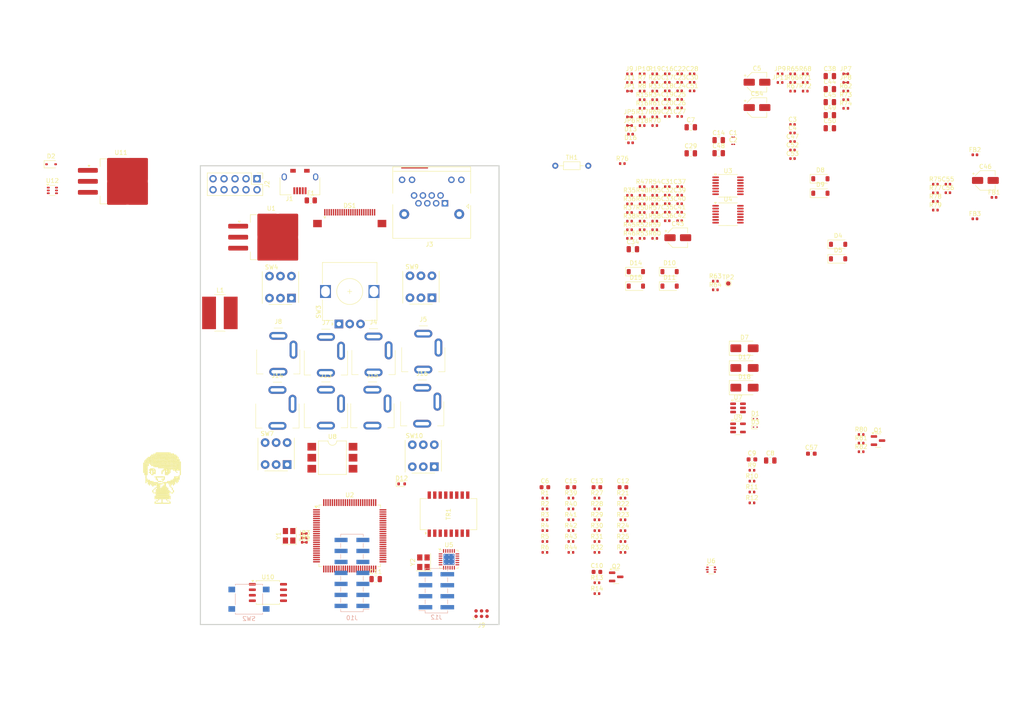
<source format=kicad_pcb>
(kicad_pcb (version 20240108) (generator "pcbnew") (generator_version "8.0")
  (title_block (title "Asynth2Osc") (rev "0.1") (company "Redero Tech") (comment 1 "CERN Open Hardware Licence"))
  (layers (0 "F.Cu" signal "Front") (1 "In1.Cu" signal) (2 "In2.Cu" signal) (31 "B.Cu" signal "Back") (34 "B.Paste" user) (35 "F.Paste" user) (36 "B.SilkS" user "B.Silkscreen") (37 "F.SilkS" user "F.Silkscreen") (38 "B.Mask" user) (39 "F.Mask" user) (44 "Edge.Cuts" user))
  (net 0 "")
  (net 1 "Net-(U3D--)")
  (net 2 "/Analog_in/CVIN3")
  (net 3 "/Soc/DAC_OUT1")
  (net 4 "Net-(C8-Pad1)")
  (net 5 "Net-(C9-Pad2)")
  (net 6 "Net-(U4D-+)")
  (net 7 "GND")
  (net 8 "/Analog_in/TRG0")
  (net 9 "/Analog_in/CVIN0")
  (net 10 "Net-(U3A--)")
  (net 11 "Net-(U3B--)")
  (net 12 "Net-(U3C--)")
  (net 13 "/Analog_in/CVIN2")
  (net 14 "/Soc/USB_ID")
  (net 15 "/Supply/EUR_+12V")
  (net 16 "/Supply/IN_+12V")
  (net 17 "/Supply/VBUS")
  (net 18 "/Midi_in/MIDI_IN-")
  (net 19 "+10V")
  (net 20 "Net-(D7-A)")
  (net 21 "5V")
  (net 22 "/Supply/5V_EUR")
  (net 23 "/Supply/5V_CLEAN")
  (net 24 "3V3")
  (net 25 "/Interface/SCLK")
  (net 26 "Net-(DS1-IREF)")
  (net 27 "/Interface/SDIN")
  (net 28 "/Interface/DC")
  (net 29 "/Interface/nRST")
  (net 30 "Net-(DS1-BS2)")
  (net 32 "/Interface/nCS")
  (net 33 "Net-(DS1-VCOMH)")
  (net 34 "Net-(DS1-BS1)")
  (net 36 "/Midi_in/MIDI_SHD")
  (net 37 "/Midi_in/MIDI_IN+")
  (net 38 "Net-(Q2-B)")
  (net 39 "Net-(R1-Pad1)")
  (net 40 "Net-(J16-PadT)")
  (net 41 "Net-(U3D-+)")
  (net 42 "Net-(J4-PadT)")
  (net 43 "Net-(J5-PadT)")
  (net 44 "Net-(J7-PadT)")
  (net 45 "Net-(R21-Pad1)")
  (net 46 "Net-(U3A-+)")
  (net 47 "Net-(J14-PadT)")
  (net 48 "Net-(R27-Pad1)")
  (net 49 "Net-(U3B-+)")
  (net 50 "Net-(J15-PadT)")
  (net 51 "Net-(R39-Pad1)")
  (net 52 "Net-(U3C-+)")
  (net 53 "Net-(SW4-K)")
  (net 54 "/Interface/BTN_1")
  (net 55 "/Interface/LED_BTN_1")
  (net 56 "/Soc/Ethernet/RJ_RX_N")
  (net 57 "/Soc/Ethernet/RJ_TX_P")
  (net 58 "3V3_FILT")
  (net 59 "/Soc/Ethernet/RJ_RX_P")
  (net 60 "Net-(TR1-C_RX)")
  (net 61 "/Soc/Ethernet/TX_P")
  (net 62 "/Soc/Ethernet/RX_N")
  (net 63 "/Soc/Ethernet/RJ_TX_N")
  (net 64 "/Soc/Ethernet/TX_N")
  (net 65 "/Soc/Ethernet/RX_P")
  (net 67 "/Soc/VDDA")
  (net 68 "/Soc/USART2_DBG_TX")
  (net 69 "/Soc/QSPI_BK2_IO3")
  (net 70 "Net-(JP1-A)")
  (net 71 "/Soc/BOOT0")
  (net 72 "/Soc/RMII_TXD1")
  (net 73 "/Soc/JTDO")
  (net 74 "/Soc/RMII_TX_EN")
  (net 76 "/Soc/JTCK")
  (net 77 "/Soc/QSPI_BK2_IO1")
  (net 79 "/Soc/RMII_MDIO")
  (net 80 "Net-(U2-PA9)")
  (net 81 "/Midi_in/MIDI_TO_SOC")
  (net 83 "/Soc/QSPI_BK2_NCS")
  (net 84 "/Soc/RMII_TXD0")
  (net 85 "/Soc/USB_D_N")
  (net 86 "/Soc/RMII_CRS_DV")
  (net 87 "/Soc/ADC1_IN9")
  (net 88 "/Soc/PDR_ON")
  (net 89 "Net-(JP3-A)")
  (net 90 "/Soc/ADC1_IN8")
  (net 91 "/Soc/RMII_MDC")
  (net 92 "/Soc/SPI4_MISO")
  (net 93 "/Soc/JTMS")
  (net 94 "/Soc/RMII_REF_CLK")
  (net 95 "/Soc/RMII_RXD1")
  (net 97 "/Soc/USB_D_P")
  (net 98 "/Soc/QSPI_BK2_IO0")
  (net 99 "Net-(JP6-B)")
  (net 100 "Net-(JP2-A)")
  (net 101 "/Soc/NRST")
  (net 102 "/Soc/USART2_DBG_RX")
  (net 103 "/Soc/RMII_RXD0")
  (net 104 "/Soc/QSPI_BK2_IO2")
  (net 106 "/Soc/Ethernet/RJ45_LED1")
  (net 107 "/Soc/Ethernet/RJ45_LED2")
  (net 108 "Net-(U5-RBIAS)")
  (net 109 "Net-(U5-CRS_DV{slash}MODE2)")
  (net 110 "Net-(U5-RXD0{slash}MODE0)")
  (net 111 "Net-(U5-RXD1{slash}MODE1)")
  (net 112 "Net-(JP4-A)")
  (net 113 "Net-(U5-XTAL1{slash}CLKIN)")
  (net 114 "Net-(U5-XTAL2)")
  (net 115 "Net-(U5-RXER{slash}PHYAD0)")
  (net 116 "Net-(U5-~{INT}{slash}REFCLKO)")
  (net 117 "/Supply/USBIN_D_P")
  (net 118 "/Supply/USBIN_D_N")
  (net 119 "Net-(U9-FB)")
  (net 120 "/Soc/DISP_10V_EN")
  (net 121 "/Soc/QSPI_CLK")
  (net 122 "/Supply/DISP_12V_EN")
  (net 123 "Net-(JP11-A)")
  (net 124 "Net-(U12-R1)")
  (net 125 "Net-(JP9-B)")
  (net 126 "Net-(JP2-B)")
  (net 127 "Net-(JP3-B)")
  (net 128 "Net-(C42-Pad1)")
  (net 129 "Net-(D13-A)")
  (net 130 "Net-(D13-K)")
  (net 131 "Net-(D16-A)")
  (net 132 "/Soc/DBG_LED")
  (net 133 "/Supply/EUR_-12V")
  (net 136 "Net-(J9-Pin_2)")
  (net 137 "Net-(J11-Pin_1)")
  (net 138 "Net-(JP9-A)")
  (net 139 "/Soc/JTDI")
  (net 140 "/Soc/JTCK_CONN")
  (net 141 "/Soc/JTMS_CONN")
  (net 142 "/Soc/NRST_CONN")
  (net 143 "/Soc/JTDO_CONN")
  (net 144 "/Soc/JTDI_CONN")
  (net 145 "Net-(J3-Pad7)")
  (net 146 "Net-(J3-Pad11)")
  (net 152 "Net-(R76-Pad1)")
  (net 154 "/Interface/ROT_B")
  (net 155 "/Interface/ROT_A")
  (net 156 "Net-(SW9-K)")
  (net 157 "/Analog_in/TRG1")
  (net 160 "Net-(J8-PadT)")
  (net 161 "Net-(Q1-B)")
  (net 162 "/Interface/BTN_2")
  (net 163 "Net-(R82-Pad1)")
  (net 164 "/Interface/LED_BTN_2")
  (net 165 "Net-(J3-Pad4)")
  (net 166 "Net-(J3-Pad9)")
  (net 168 "Net-(J12-Pin_1)")
  (net 170 "Net-(J12-Pin_8)")
  (net 171 "Net-(J12-Pin_7)")
  (net 172 "Net-(J12-Pin_2)")
  (net 173 "Net-(U2-VCAP_2)")
  (net 174 "Net-(U2-VCAP_1)")
  (net 175 "/Analog_in/CVIN1")
  (net 176 "/Soc/USART3_BOOT_DBG_TX")
  (net 185 "/Soc/UART4_RX")
  (net 187 "/Soc/TIM1_CH1")
  (net 195 "/Soc/TIM15_CH1")
  (net 211 "/Soc/TIM15_CH2")
  (net 213 "/Soc/UART4_TX")
  (footprint "Resistor_SMD:R_0402_1005Metric" (layer "F.Cu") (at 183.63 125.8)
    (property "Reference" "R23")
    (property "Value" "100k")
  )
  (footprint "asynthosc:TPB01-X0XLXX_SW_MEC_5G" (layer "F.Cu") (at 136.96 71.96)
    (property "Reference" "SW9")
    (property "Value" "SW_MEC_5G_LED")
  )
  (footprint "Resistor_SMD:R_0402_1005Metric" (layer "F.Cu") (at 183.49 43.5)
    (property "Reference" "R76")
    (property "Value" "270R")
  )
  (footprint "Rotary_Encoder:RotaryEncoder_Alps_EC12E_Vertical_H20mm" (layer "F.Cu") (at 118 80.55 90)
    (property "Reference" "SW3")
    (property "Value" "RotaryEncoder")
  )
  (footprint "Package_TO_SOT_SMD:TO-263-3_TabPin2" (layer "F.Cu") (at 67.65 47.6)
    (property "Reference" "U11")
    (property "Value" "LM1117S-5.0")
  )
  (footprint "Capacitor_SMD:C_0402_1005Metric" (layer "F.Cu") (at 196.735 52.77)
    (property "Reference" "C40")
    (property "Value" "100nF")
  )
  (footprint "Capacitor_SMD:C_0805_2012Metric" (layer "F.Cu") (at 205.755 38.08)
    (property "Reference" "C14")
    (property "Value" "100n")
  )
  (footprint "Resistor_SMD:R_0402_1005Metric" (layer "F.Cu") (at 213.44 116.87)
    (property "Reference" "R10")
    (property "Value" "5k6")
  )
  (footprint "Resistor_SMD:R_0402_1005Metric" (layer "F.Cu") (at 185.155 54.81)
    (property "Reference" "R37")
    (property "Value" "33R")
  )
  (footprint "Resistor_SMD:R_0402_1005Metric" (layer "F.Cu") (at 177.62 125.8)
    (property "Reference" "R29")
    (property "Value" "100k")
  )
  (footprint "Resistor_SMD:R_0402_1005Metric" (layer "F.Cu") (at 188.065 26.75)
    (property "Reference" "R8")
    (property "Value" "22R")
  )
  (footprint "Diode_SMD:D_SOD-323" (layer "F.Cu") (at 51.5 43.65)
    (property "Reference" "D2")
    (property "Value" "1N5819WS")
  )
  (footprint "Resistor_SMD:R_0402_1005Metric" (layer "F.Cu") (at 190.975 50.83)
    (property "Reference" "R55")
    (property "Value" "270R")
  )
  (footprint "Capacitor_SMD:C_0805_2012Metric" (layer "F.Cu") (at 185.925 63.28)
    (property "Reference" "C34")
    (property "Value" "1uF")
  )
  (footprint "Capacitor_SMD:C_0402_1005Metric" (layer "F.Cu") (at 222.815 38.4)
    (property "Reference" "C47")
    (property "Value" "680pF")
  )
  (footprint "asynthosc:SolderJumper_0402_1005Metric_Bridged" (layer "F.Cu") (at 110.01 131)
    (property "Reference" "JP4")
    (property "Value" "SolderJumper_2_Bridged")
  )
  (footprint "asynthosc:Jack_3.5mm_3legs_XKB_PJ-3411_Vertical" (layer "F.Cu") (at 104 86.5)
    (property "Reference" "J8")
    (property "Value" "AudioJack3")
  )
  (footprint "Capacitor_SMD:C_0402_1005Metric" (layer "F.Cu") (at 193.865 52.77)
    (property "Reference" "C33")
    (property "Value" "470pF")
  )
  (footprint "Resistor_SMD:R_0402_1005Metric" (layer "F.Cu") (at 177.62 120.78)
    (property "Reference" "R27")
    (property "Value" "47k")
  )
  (footprint "Resistor_SMD:R_0402_1005Metric" (layer "F.Cu") (at 188.065 32.72)
    (property "Reference" "R17")
    (property "Value" "22R")
  )
  (footprint "Resistor_SMD:R_0402_1005Metric" (layer "F.Cu") (at 177.62 140.35)
    (property "Reference" "R13")
    (property "Value" "100k")
  )
  (footprint "TestPoint:TestPoint_Pad_D1.0mm" (layer "F.Cu") (at 207.965 71.2)
    (property "Reference" "TP2")
    (property "Value" "TestPoint")
  )
  (footprint "Capacitor_SMD:C_0402_1005Metric" (layer "F.Cu") (at 193.865 32.61)
    (property "Reference" "C21")
    (property "Value" "100n")
  )
  (footprint "Capacitor_SMD:C_0603_1608Metric" (layer "F.Cu") (at 213.44 111.85)
    (property "Reference" "C9")
    (property "Value" "18p")
  )
  (footprint "Capacitor_SMD:C_0402_1005Metric" (layer "F.Cu") (at 193.865 26.7)
    (property "Reference" "C18")
    (property "Value" "100n")
  )
  (footprint "asynthosc:RJ45_HCTL_HC-RJ45-053-2" (layer "F.Cu") (at 139.45 51.77)
    (property "Reference" "J3")
    (property "Value" "RJ45_LED_Shielded")
  )
  (footprint "Resistor_SMD:R_0402_1005Metric" (layer "F.Cu") (at 222.845 22.77)
    (property "Reference" "R65")
    (property "Value" "10k")
  )
  (footprint "Resistor_SMD:R_0402_1005Metric" (layer "F.Cu") (at 185.155 50.83)
    (property "Reference" "R35")
    (property "Value" "33R")
  )
  (footprint "Resistor_SMD:R_0402_1005Metric" (layer "F.Cu") (at 183.63 123.29)
    (property "Reference" "R22")
    (property "Value" "33k")
  )
  (footprint "Capacitor_SMD:C_0402_1005Metric" (layer "F.Cu") (at 196.735 48.83)
    (property "Reference" "C37")
    (property "Value" "100nF")
  )
  (footprint "Diode_SMD:D_SOD-123" (layer "F.Cu") (at 229.25 50.35)
    (property "Reference" "D9")
    (property "Value" "D_Schottky_1N5817")
  )
  (footprint "Diode_SMD:D_SMA" (layer "F.Cu") (at 211.715 86.17)
    (property "Reference" "D7")
    (property "Value" "SS24")
  )
  (footprint "Capacitor_SMD:C_0402_1005Metric" (layer "F.Cu") (at 193.865 30.64)
    (property "Reference" "C20")
    (property "Value" "100n")
  )
  (footprint "Resistor_SMD:R_0402_1005Metric" (layer "F.Cu") (at 165.6 133.33)
    (property "Reference" "R6")
    (property "Value" "33k")
  )
  (footprint "Resistor_SMD:R_0402_1005Metric" (layer "F.Cu") (at 255.825 50.26)
    (property "Reference" "R77")
    (property "Value" "10k")
  )
  (footprint "Capacitor_SMD:C_0603_1608Metric" (layer "F.Cu") (at 177.62 137.84)
    (property "Reference" "C10")
    (property "Value" "100n")
  )
  (footprint "Resistor_SMD:R_0402_1005Metric" (layer "F.Cu") (at 171.61 133.33)
    (property "Reference" "R44")
    (property "Value" "33k")
  )
  (footprint "Resistor_SMD:R_0402_1005Metric" (layer "F.Cu") (at 190.975 54.81)
    (property "Reference" "R57")
    (property "Value" "50R")
  )
  (footprint "Capacitor_SMD:C_0402_1005Metric" (layer "F.Cu") (at 193.865 24.73)
    (property "Reference" "C17")
    (property "Value" "4.3pF")
  )
  (footprint "Resistor_SMD:R_0402_1005Metric" (layer "F.Cu") (at 188.065 48.84)
    (property "Reference" "R47")
    (property "Value" "100k")
  )
  (footprint "Capacitor_SMD:C_0402_1005Metric" (layer "F.Cu") (at 222.815 40.37)
    (property "Reference" "C52")
    (property "Value" "100n")
  )
  (footprint "Resistor_SMD:R_0402_1005Metric" (layer "F.Cu") (at 185.155 52.82)
    (property "Reference" "R36")
    (property "Value" "33R")
  )
  (footprint "Capacitor_SMD:CP_Elec_4x5.4" (layer "F.Cu") (at 214.605 24.7)
    (property "Reference" "C5")
    (property "Value" "10u")
  )
  (footprint "Resistor_SMD:R_0402_1005Metric" (layer "F.Cu") (at 188.065 60.78)
    (property "Reference" "R53")
    (property "Value" "75R")
  )
  (footprint "Resistor_SMD:R_0402_1005Metric" (layer "F.Cu") (at 165.6 123.29)
    (property "Reference" "R2")
    (property "Value" "33k")
  )
  (footprint "Diode_SMD:D_SMA" (layer "F.Cu") (at 211.715 95.27)
    (property "Reference" "D18")
    (property "Value" "SS24")
  )
  (footprint "Diode_SMD:D_SOD-123" (layer "F.Cu") (at 186.62 68.46)
    (property "Reference" "D14")
    (property "Value" "D_Schottky_1N5817")
  )
  (footprint "Resistor_SMD:R_0402_1005Metric" (layer "F.Cu") (at 183.63 120.78)
    (property "Reference" "R21")
    (property "Value" "47k")
  )
  (footprint "Resistor_SMD:R_0402_1005Metric" (layer "F.Cu") (at 190.975 48.84)
    (property "Reference" "R54")
    (property "Value" "75R")
  )
  (footprint "Capacitor_SMD:C_0402_1005Metric" (layer "F.Cu") (at 196.735 24.73)
    (property "Reference" "C23")
    (property "Value" "100n")
  )
  (footprint "Package_SO:TSSOP-14_4.4x5mm_P0.65mm" (layer "F.Cu") (at 207.905 48.625)
    (property "Reference" "U3")
    (property "Value" "MCP6004")
  )
  (footprint "Capacitor_SMD:C_0805_2012Metric" (layer "F.Cu") (at 217.67 112.1)
    (property "Reference" "C8")
    (property "Value" "10u")
  )
  (footprint "Capacitor_SMD:C_0805_2012Metric" (layer "F.Cu") (at 205.755 41.09)
    (property "Reference" "C48")
    (property "Value" "47uF / 3.037mOhms")
  )
  (footprint "Package_DIP:SMDIP-6_W9.53mm" (layer "F.Cu") (at 116.5 111.46)
    (property "Reference" "U8")
    (property "Value" "H11L1")
  )
  (footprint "Resistor_SMD:R_0402_1005Metric" (layer "F.Cu") (at 204.985 72.66)
    (property "Reference" "R64")
    (property "Value" "220")
  )
  (footprint "Resistor_SMD:R_0402_1005Metric" (layer "F.Cu") (at 183.63 128.31)
    (property "Reference" "R24")
    (property "Value" "100k")
  )
  (footprint "Capacitor_SMD:C_0603_1608Metric" (layer "F.Cu") (at 183.63 118.27)
    (property "Reference" "C12")
    (property "Value" "1n")
  )
  (footprint "Package_TO_SOT_SMD:SOT-23-5" (layer "F.Cu") (at 210.22 104.57)
    (property "Reference" "U9")
    (property "Value" "LMR62421XMF")
  )
  (footprint "Package_DFN_QFN:VQFN-24-1EP_4x4mm_P0.5mm_EP2.5x2.5mm_ThermalVias" (layer "F.Cu") (at 143.43 134.9375)
    (property "Reference" "U5")
    (property "Value" "LAN8742A")
  )
  (footprint "Package_QFP:LQFP-100_14x14mm_P0.5mm" (layer "F.Cu") (at 120.5 129.5)
    (property "Reference" "U2")
    (property "Value" "STM32F723VETx")
  )
  (footprint "Resistor_SMD:R_0402_1005Metric" (layer "F.Cu") (at 185.155 56.8)
    (property "Reference" "R38")
    (property "Value" "33R")
  )
  (footprint "Resistor_SMD:R_0402_1005Metric" (layer "F.Cu") (at 190.975 58.79)
    (property "Reference" "R59")
    (property "Value" "50R")
  )
  (footprint "asynthosc:Jack_3.5mm_3legs_XKB_PJ-3411_Vertical" (layer "F.Cu") (at 103.8 99)
    (property "Reference" "J14")
    (property "Value" "AudioJack3")
  )
  (footprint "Inductor_SMD:L_0402_1005Metric" (layer "F.Cu") (at 264.955 56.26)
    (property "Reference" "FB3")
    (property "Value" "BLM15PX330SN1D")
  )
  (footprint "Resistor_SMD:R_0402_1005Metric" (layer "F.Cu") (at 190.975 52.82)
    (property "Reference" "R56")
    (property "Value" "270R")
  )
  (footprint "Resistor_SMD:R_0402_1005Metric" (layer "F.Cu") (at 213.44 114.36)
    (property "Reference" "R9")
    (property "Value" "39k")
  )
  (footprint "asynthosc:Jack_3.5mm_3legs_XKB_PJ-3411_Vertical" (layer "F.Cu") (at 125.75 98.95)
    (property "Reference" "J15")
    (property "Value" "AudioJack3")
  )
  (footprint "Inductor_SMD:L_0402_1005Metric" (layer "F.Cu") (at 264.955 41.47)
    (property "Reference" "FB2")
    (property "Value" "BLM15PX330SN1D")
  )
  (footprint "Resistor_THT:R_Axial_DIN0204_L3.6mm_D1.6mm_P7.62mm_Horizontal" (layer "F.Cu") (at 168 44)
    (property "Reference" "TH1")
    (property "Value" "Thermistor_NTC")
  )
  (footprint "Resistor_SMD:R_0402_1005Metric" (layer "F.Cu") (at 190.975 22.77)
    (property "Reference" "R19")
    (property "Value" "22R")
  )
  (footprint "Package_TO_SOT_SMD:SOT-363_SC-70-6" (layer "F.Cu") (at 51.8 49.7)
    (property "Reference" "U12")
    (property "Value" "Si1869DH")
  )
  (footprint "Resistor_SMD:R_0402_1005Metric" (layer "F.Cu") (at 225.755 22.77)
    (property "Reference" "R68")
    (property "Value" "10k")
  )
  (footprint "Capacitor_SMD:C_0402_1005Metric" (layer "F.Cu") (at 199.605 22.76)
    (property "Reference" "C28")
    (property "Value" "100n")
  )
  (footprint "Diode_SMD:D_SOD-123" (layer "F.Cu") (at 194.41 71.81)
    (property "Reference" "D11")
    (property "Value" "D_Schottky_1N5817")
  )
  (footprint "Capacitor_SMD:C_0402_1005Metric" (layer "F.Cu") (at 196.735 32.61)
    (property "Reference" "C27")
    (property "Value" "100n")
  )
  (footprint "Capacitor_SMD:C_0402_1005Metric" (layer "F.Cu") (at 193.865 56.71)
    (property "Reference" "C36")
    (property "Value" "100nF")
  )
  (footprint "Capacitor_SMD:C_0402_1005Metric" (layer "F.Cu") (at 193.865 50.8)
    (property "Reference" "C32")
    (property "Value" "30pF")
  )
  (footprint "asynthosc:SolderJumper_0402_1005Metric_Bridged" (layer "F.Cu") (at 235.115 24.76)
    (property "Reference" "JP8")
    (property "Value" "SolderJumper_2_Bridged")
  )
  (footprint "Resistor_SMD:R_0402_1005Metric" (layer "F.Cu") (at 188.065 56.8)
    (property "Reference" "R51")
    (property "Value" "75R")
  )
  (footprint "Resistor_SMD:R_0402_1005Metric" (layer "F.Cu") (at 222.845 26.75)
    (property "Reference" "R67")
    (property "Value" "10k")
  )
  (footprint "Resistor_SMD:R_0402_1005Metric" (layer "F.Cu") (at 171.61 120.78)
    (property "Reference" "R39")
    (property "Value" "47k")
  )
  (footprint "Resistor_SMD:R_0402_1005Metric" (layer "F.Cu") (at 171.61 130.82)
    (property "Reference" "R43")
    (property "Value" "33k")
  )
  (footprint "Resistor_SMD:R_0402_1005Metric" (layer "F.Cu") (at 219.935 22.77)
    (property "Reference" "JP9")
    (property "Value" "SolderJumper_2_Open")
  )
  (footprint "Capacitor_SMD:C_0402_1005Metric" (layer "F.Cu") (at 196.735 26.7)
    (property "Reference" "C24")
    (property "Value" "100n")
  )
  (footprint "Resistor_SMD:R_0402_1005Metric" (layer "F.Cu") (at 165.6 120.78)
    (property "Reference" "R1")
    (property "Value" "47k")
  )
  (footprint "asynthosc:Jack_3.5mm_3legs_XKB_PJ-3411_Vertical" (layer "F.Cu") (at 115 86.75)
    (property "Reference" "J7")
    (property "Value" "AudioJack3")
  )
  (footprint "Capacitor_SMD:C_0402_1005Metric" (layer "F.Cu") (at 258.715 48.26)
    (property "Reference" "C55")
    (property "Value" "100n")
  )
  (footprint "Capacitor_SMD:C_0402_1005Metric" (layer "F.Cu") (at 196.735 50.8)
    (property "Reference" "C39")
    (property "Value" "100nF")
  )
  (footprint "Diode_SMD:D_SOD-923" (layer "F.Cu") (at 214.215 104.39)
    (property "Reference" "D3")
    (property "Value" "ESD9B5.0ST5G")
  )
  (footprint "Resistor_SMD:R_0402_1005Metric" (layer "F.Cu") (at 171.61 128.31)
    (property "Reference" "R42")
    (property "Value" "100k")
  )
  (footprint "Resistor_SMD:R_0402_1005Metric" (layer "F.Cu") (at 213.44 119.38)
    (property "Reference" "R11")
    (property "Value" "39k")
  )
  (footprint "Capacitor_SMD:C_0402_1005Metric" (layer "F.Cu") (at 196.735 22.76)
    (property "Reference" "C22")
    (property "Value" "100n")
  )
  (footprint "Resistor_SMD:R_0402_1005Metric" (layer "F.Cu") (at 177.62 133.33)
    (property "Reference" "R32")
    (property "Value" "33k")
  )
  (footprint "Capacitor_SMD:C_0402_1005Metric" (layer "F.Cu") (at 199.605 26.7)
    (property "Reference" "C51")
    (property "Value" "100n")
  )
  (footprint "Resistor_SMD:R_0402_1005Metric" (layer "F.Cu") (at 177.62 128.31)
    (property "Reference" "R30")
    (property "Value" "100k")
  )
  (footprint "Resistor_SMD:R_0402_1005Metric" (layer "F.Cu") (at 255.825 52.25)
    (property "Reference" "R78")
    (property "Value" "10k")
  )
  (footprint "Resistor_SMD:R_0402_1005Metric" (layer "F.Cu") (at 238.6625 108.085)
    (property "Reference" "R81")
    (property "Value" "10k")
  )
  (footprint "Package_TO_SOT_SMD:SOT-23" (layer "F.Cu") (at 242.5625 107.5)
    (property "Reference" "Q1")
    (property "Value" "Q_NPN_BEC")
  )
  (footprint "Resistor_SMD:R_0402_1005Metric" (layer "F.Cu") (at 219.935 24.76)
    (property "Reference" "JP11")
    (property "Value" "SolderJumper_2_Open")
  )
  (footprint "Diode_SMD:D_SOD-923" (layer "F.Cu") (at 214.215 102.44)
    (property "Reference" "D1")
    (property "Value" "ESD9B5.0ST5G")
  )
  (footprint "Inductor_SMD:L_0402_1005Metric" (layer "F.Cu") (at 269.365 51.31)
    (property "Reference" "FB1")
    (property "Value" "BLM15PX330SN1D")
  )
  (footprint "Resistor_SMD:R_0402_1005Metric" (layer "F.Cu") (at 183.63 130.82)
    (property "Reference" "R25")
    (property "Value" "33k")
  )
  (footprint "Capacitor_SMD:CP_Elec_4x5.4" (layer "F.Cu") (at 267.375 47.39)
    (property "Reference" "C46")
    (property "Value" "10u")
  )
  (footprint "asynthosc:TPB01-X0XLXX_SW_MEC_5G" (layer "F.Cu") (at 103.5 110.5)
    (property "Reference" "SW7")
    (property "Value" "SW_MEC_5G_LED")
  )
  (footprint "asynthosc:HRO_FPC0.5B-WTG-24P_1x24-1MP_P0.5mm_Horizontal" (layer "F.Cu") (at 120.5 56.3)
    (property "Reference" "DS1")
    (property "Value" "OLED 128x64" (hide yes))
  )
  (footprint "Package_TO_SOT_SMD:SOT-666" (layer "F.Cu") (at 204.02 137.315)
    (property "Reference" "U6")
    (property "Value" "USBLC6-2P6")
  )
  (footprint "Transformer_SMD:Transformer_Ethernet_Bourns_PT61017PEL" (layer "F.Cu") (at 143.325 124.5 90)
    (property "Reference" "TR1")
    (property "Value" "PT61017PEL")
  )
  (footprint "Resistor_SMD:R_0402_1005Metric" (layer "F.Cu") (at 255.825 48.27)
    (property "Reference" "R75")
    (property "Value" "10k")
  )
  (footprint "Resistor_SMD:R_0402_1005Metric" (layer "F.Cu") (at 190.975 60.78)
    (property "Reference" "R60")
    (property "Value" "50R")
  )
  (footprint "Capacitor_SMD:C_0805_2012Metric" (layer "F.Cu") (at 199.305 35.1)
    (property "Reference" "C7")
    (property "Value" "2.2u X7R")
  )
  (footprint "Resistor_SMD:R_0805_2012Metric" (layer "F.Cu") (at 111.5 52)
    (property "Reference" "F1")
    (property "Value" "Fuse, 1.25A, trip 2.5A")
  )
  (footprint "Capacitor_SMD:C_0402_1005Metric" (layer "F.Cu") (at 196.735 30.64)
    (property "Reference" "C26")
    (property "Value" "100n")
  )
  (footprint "Diode_SMD:D_SMA" (layer "F.Cu") (at 211.715 90.72)
    (property "Reference" "D17")
    (property "Value" "SS24")
  )
  (footprint "Diode_SMD:D_SOD-123" (layer "F.Cu") (at 233.35 65.5)
    (property "Reference" "D5")
    (property "Value" "D_Schottky_1N5817")
  )
  (footprint "Resistor_SMD:R_0402_1005Metric" (layer "F.Cu") (at 190.975 24.76)
    (property "Reference" "R20")
    (property "Value" "22R")
  )
  (footprint "Resistor_SMD:R_0402_1005Metric" (layer "F.Cu") (at 183.63 133.33)
    (property "Reference" "R26")
    (property "Value" "33k")
  )
  (footprint "Resistor_SMD:R_0402_1005Metric" (layer "F.Cu") (at 185.155 60.78)
    (property "Reference" "R46")
    (property "Value" "100k")
  )
  (footprint "Resistor_SMD:R_0402_1005Metric" (layer "F.Cu") (at 171.61 123.29)
    (property "Reference" "R40")
    (property "Value" "33k")
  )
  (footprint "Resistor_SMD:R_0402_1005Metric" (layer "F.Cu") (at 190.975 34.71)
    (property "Reference" "R70")
    (property "Value" "270R")
  )
  (footprint "Capacitor_SMD:C_0805_2012Metric" (layer "F.Cu") (at 126.5 139.5)
    (property "Reference" "C11")
    (property "Value" "2.2u X7R")
  )
  (footprint "Capacitor_SMD:C_0603_1608Metric" (layer "F.Cu") (at 171.61 118.27)
    (property "Reference" "C15")
    (property "Value" "1n")
  )
  (footprint "Diode_SMD:D_SOD-123" (layer "F.Cu") (at 186.62 71.81)
    (property "Reference" "D15")
    (property "Value" "D_Schottky_1N5817")
  )
  (footprint "Resistor_SMD:R_0402_1005Metric" (layer "F.Cu") (at 171.61 125.8)
    (property "Reference" "R41")
    (property "Value" "100k")
  )
  (footprint "Capacitor_SMD:CP_Elec_4x5.4" (layer "F.Cu") (at 214.605 30.55)
    (property "Reference" "C54")
    (property "Value" "10u")
  )
  (footprint "Resistor_SMD:R_0402_1005Metric" (layer "F.Cu") (at 238.6625 110.075)
    (property "Reference" "R82")
    (property "Value" "270R")
  )
  (footprint "Capacitor_SMD:C_0402_1005Metric" (layer "F.Cu") (at 193.865 28.67)
    (property "Reference" "C19")
    (property "Value" "100n")
  )
  (footprint "Capacitor_SMD:CP_Elec_4x5.4" (layer "F.Cu") (at 196.305 60.62)
    (property "Reference" "C43")
    (property "Value" "10uF")
  )
  (footprint "Resistor_SMD:R_0402_1005Metric" (layer "F.Cu") (at 235.115 30.73)
    (property "Reference" "R74")
    (property "Value" "10k")
  )
  (footprint "Capacitor_SMD:C_0805_2012Metric" (layer "F.Cu") (at 231.435 35.32)
    (property "Reference" "C50")
    (property "Value" "1uF / 16V")
  )
  (footprint "Crystal:Crystal_SMD_3225-4Pin_3.2x2.5mm" (layer "F.Cu") (at 137.53 135.6 90)
    (property "Reference" "Y2")
    (property "Value" "25MHZ,20PF,30PPM")
  )
  (footprint "Capacitor_SMD:C_0805_2012Metric" (layer "F.Cu") (at 199.305 41.12)
    (property "Reference" "C29")
    (property "Value" "1u")
  )
  (footprint "Capacitor_SMD:C_0603_1608Metric" (layer "F.Cu") (at 177.62 118.27)
    (property "Reference" "C13")
    (property "Value" "1n")
  )
  (footprint "Crystal:Crystal_SMD_3225-4Pin_3.2x2.5mm" (layer "F.Cu") (at 106.5 129.5 90)
    (property "Reference" "Y1")
    (property "Value" "8MHz, 8pF")
  )
  (footprint "asynthosc:SolderJumper_0402_1005Metric_Bridged" (layer "F.Cu") (at 185.155 26.75)
    (property "Reference" "JP1")
    (property "Value" "SolderJumper_2_Bridged")
  )
  (footprint "Capacitor_SMD:C_0603_1608Metric" (layer "F.Cu") (at 227.1625 110.525)
    (property "Reference" "C57")
    (property "Value" "100n")
  )
  (footprint "Resistor_SMD:R_0402_1005Metric" (layer "F.Cu") (at 188.065 50.83)
    (property "Reference" "R48")
    (property "Value" "1.5K")
  )
  (footprint "Resistor_SMD:R_0402_1005Metric" (layer "F.Cu") (at 188.065 22.77)
    (property "Reference" "JP10")
    (property "Value" "SolderJumper_2_Open")
  )
  (footprint "asynthosc:TPB01-X0XLXX_SW_MEC_5G" (layer "F.Cu") (at 137.5 111)
    (property "Reference" "SW10")
    (property "Value" "SW_MEC_5G_LED")
  )
  (footprint "Capacitor_SMD:C_0805_2012Metric" (layer "F.Cu") (at 231.435 29.3)
    (property "Reference" "C45")
    (property "Value" "0.1uF/25V/X7R")
  )
  (footprint "Connector:Tag-Connect_TC2030-IDC-NL_2x03_P1.27mm_Vertical" (layer "F.Cu") (at 150.96 147.484)
    (property "Reference" "J9")
    (property "Value" "Conn_ARM_SWD_TagConnect_TC2030-NL")
  )
  (footprint "Capacitor_SMD:C_0402_1005Metric" (layer "F.Cu") (at 222.815 42.34)
    (property "Reference" "C53")
    (property "Value" "100n")
  )
  (footprint "Resistor_SMD:R_0402_1005Metric" (layer "F.Cu") (at 222.845 24.76)
    (property "Reference" "R66")
    (property "Value" "69.8k")
  )
  (footprint "Package_TO_SOT_SMD:TO-263-3_TabPin2" (layer "F.Cu") (at 102.375 60.5)
    (property "Reference" "U1")
    (property "Value" "LM1117S-3.3")
  )
  (footprint "Resistor_SMD:R_0402_1005Metric" (layer "F.Cu") (at 235.115 26.75)
    (property "Reference" "R62")
    (property "Value" "1M")
  )
  (footprint "Capacitor_SMD:C_0402_1005Metric" (layer "F.Cu") (at 199.605 24.73)
    (property "Reference" "C30")
    (property "Value" "4.3pF")
  )
  (footprint "Capacitor_SMD:C_01005_0402Metric" (layer "F.Cu") (at 209.105 39.05)
    (property "Reference" "C2")
    (property "Value" "100n")
  )
  (footprint "Resistor_SMD:R_0402_1005Metric" (layer "F.Cu") (at 185.155 58.79)
    (property "Reference" "R45")
    (property "Value" "33R")
  )
  (footprint "Resistor_SMD:R_0402_1005Metric" (layer "F.Cu") (at 213.44 121.89)
    (property "Reference" "R12")
    (property "Value" "1k")
  )
  (footprint "asynthosc:SolderJumper_0402_1005Metric_Bridged" (layer "F.Cu") (at 185.155 34.71)
    (property "Reference" "JP6")
    (property "Value" "SolderJumper_2_Bridged")
  )
  (footprint "asynthosc:Jack_3.5mm_3legs_XKB_PJ-3411_Vertical" (layer "F.Cu") (at 137.25 98.5)
    (property "Reference" "J16")
    (property "Value" "AudioJack3")
  )
  (footprint "Resistor_SMD:R_0402_1005Metric" (layer "F.Cu") (at 165.6 130.82)
    (property "Reference" "R5")
    (property "Value" "33k")
  )
  (footprint "asynthosc:TPB01-X0XLXX_SW_MEC_5G" (layer "F.Cu") (at 104.5 72.04)
    (property "Reference" "SW4")
    (property "Value" "SW_MEC_5G_LED")
  )
  (footprint "Resistor_SMD:R_0402_1005Metric" (layer "F.Cu") (at 188.065 54.81)
    (property "Reference" "R50")
    (property "Value" "12.1k")
  )
  (footprint "Resistor_SMD:R_0402_1005Metric" (layer "F.Cu") (at 190.975 56.8)
    (property "Reference" "R58")
    (property "Value" "50R")
  )
  (footprint "Resistor_SMD:R_0402_1005Metric" (layer "F.Cu") (at 225.755 26.75)
    (property "Reference" "R72")
    (property "Value" "10k")
  )
  (footprint "Connector_PinHeader_2.54mm:PinHeader_2x05_P2.54mm_Vertical" (layer "F.Cu") (at 99.08 47 -90)
    (property "Reference" "J2")
    (property "Value" "Conn_02x05_Odd_Even")
  )
  (footprint "Capacitor_SMD:C_0402_1005Metric" (layer "F.Cu") (at 193.865 22.76)
    (property "Reference" "C16")
    (property "Value" "100nF")
  )
  (footprint "Capacitor_SMD:C_0805_2012Metric" (layer "F.Cu") (at 231.435 32.31)
    (property "Reference" "C49")
    (property "Value" "1uF / 16V")
  )
  (footprint "Resistor_SMD:R_0402_1005Metric" (layer "F.Cu") (at 190.975 30.73)
    (property "Reference" "R61")
    (property "Value" "10k")
  )
  (footprint "asynthosc:SolderJumper_0402_1005Metric_Bridged" (layer "F.Cu") (at 110 130)
    (property "Reference" "JP3")
    (property "Value" "SolderJumper_2_Bridged")
  )
  (footprint "Resistor_SMD:R_0402_1005Metric" (layer "F.Cu") (at 238.6625 106.095)
    (property "Reference" "R80")
    (property "Value" "100k")
  )
  (footprint "Capacitor_SMD:C_0805_2012Metric" (layer "F.Cu") (at 231.435 23.28)
    (property "Reference" "C38")
    (property "Value" "2.2uF/25V")
  )
  (footprint "Capacitor_SMD:C_0402_1005Metric" (layer "F.Cu") (at 193.865 48.83)
    (property "Reference" "C31")
    (property "Value" "30pF")
  )
  (footprint "Resistor_SMD:R_0402_1005Metric" (layer "F.Cu") (at 188.065 34.71)
    (property "Reference" "R18")
    (property "Value" "22R")
  )
  (footprint "Resistor_SMD:R_0402_1005Metric" (layer "F.Cu") (at 255.825 54.24)
    (property "Reference" "R79")
    (property "Value" "270R")
  )
  (footprint "asynthosc:Jack_3.5mm_3legs_XKB_PJ-3411_Vertical" (layer "F.Cu") (at 126 86.65)
    (property "Reference" "J4")
    (property "Value" "AudioJack3")
  )
  (footprint "Package_TO_SOT_SMD:SOT-23" (layer "F.Cu") (at 182.07 138.985)
    (property "Reference" "Q2")
    (property "Value" "Q_NPN_BEC")
  )
  (footprint "Capacitor_SMD:C_0402_1005Metric" (layer "F.Cu") (at 193.865 54.74)
    (property "Reference" "C35")
    (property "Value" "100nF")
  )
  (footprint "Resistor_SMD:R_0402_1005Metric" (layer "F.Cu") (at 190.975 32.72)
    (property "Reference" "R69")
    (property "Value" "270R")
  )
  (footprint "asynthosc:SolderJumper_0402_1005Metric_Bridged" (layer "F.Cu") (at 110 129 180)
    (property "Reference" "JP2")
    (property "Value" "SolderJumper_2_Bridged")
  )
  (footprint "Resistor_SMD:R_0402_1005Metric" (layer "F.Cu") (at 165.6 128.31)
    (property "Reference" "R4")
    (property "Value" "100k")
  )
  (footprint "Capacitor_SMD:C_0805_2012Metric" (layer "F.Cu") (at 231.435 26.29)
    (property "Reference" "C44")
    (property "Value" "4.7uF/25V/X7R")
  )
  (footprint "Package_TO_SOT_SMD:SOT-23-6" (layer "F.Cu") (at 210.22 99.945)
    (property "Reference" "U7")
    (property "Value" "USBLC6-2SC6")
  )
  (footprint "asynthosc:Jack_3.5mm_3legs_XKB_PJ-3411_Vertical" (layer "F.Cu") (at 137.5 86)
    (property "Reference" "J5")
    (property "Value" "AudioJack3")
  )
  (footprint "Resistor_SMD:R_0402_1005Metric" (layer "F.Cu") (at 177.62 142.86)
    (property "Reference" "R14")
    (property "Value" "10k")
  )
  (footprint "Resistor_SMD:R_0402_1005Metric" (layer "F.Cu") (at 177.62 130.82)
    (property "Reference" "R31")
    (property "Value" "33k")
  )
  (footprint "Resistor_SMD:R_0402_1005Metric" (layer "F.Cu") (at 204.985 70.67)
    (property "Reference" "R63")
    (property "Value" "220")
  )
  (footprint "asynthosc:Jack_3.5mm_3legs_XKB_PJ-3411_Vertical" (layer "F.Cu") (at 115 98.95)
    (property "Reference" "J13")
    (property "Value" "AudioJack3")
  )
  (footprint "Resistor_SMD:R_0402_1005Metric" (layer "F.Cu") (at 188.065 30.73)
    (property "Reference" "R16")
    (property "Value" "22R")
  )
  (footprint "Resistor_SMD:R_0402_1005Metric" (layer "F.Cu") (at 235.115 28.74)
    (property "Reference" "R73")
    (property "Value" "270R")
  )
  (footprint "asynthosc:SolderJumper_0402_1005Metric_Bridged" (layer "F.Cu") (at 235.115 22.77)
    (property "Reference" "JP7")
    (property "Value" "SolderJumper_2_Bridged")
  )
  (footprint "Diode_SMD:D_SOD-123" (layer "F.Cu") (at 229.25 47)
    (property "Reference" "D8")
    (property "Value" "D_Schottky_1N5817")
  )
  (footprint "Resistor_SMD:R_0402_1005Metric" (layer "F.Cu") (at 165.6 125.8)
    (property "Reference" "R3")
    (property "Value" "100k")
  )
  (footprint "Package_SO:TSSOP-14_4.4x5mm_P0.65mm" (layer "F.Cu") (at 207.905 55.2)
    (property "Reference" "U4")
    (property "Value" "MCP6004")
  )
  (footprint "Resistor_SMD:R_0402_1005Metric" (layer "F.Cu") (at 190.975 26.75)
    (property "Reference" "R33")
    (property "Value" "22R")
  )
  (footprint "LED_SMD:LED_0402_1005Metric" (layer "F.Cu") (at 185.39 38.69)
    (property "Reference" "D16")
    (property "Value" "LED")
  )
  (footprint "Capacitor_SMD:C_0402_1005Metric" (layer "F.Cu") (at 258.715 50.23)
    (property "Reference" "C56")
    (property "Value" "100n")
  )
  (footprint "asynthosc:L_XR_XRCD75-XRX_7x7.8" (layer "F.Cu") (at 90.5 78)
    (property "Reference" "L1")
    (property "Value" "8.2uH / 80mOhm")
  )
  (footprint "Capacitor_SMD:C_01005_0402Metric" (layer "F.Cu") (at 209.105 37.4)
    (property "Reference" "C1")
    (property "Value" "100n")
  )
  (footprint "Resistor_SMD:R_0402_1005Metric" (layer "F.Cu") (at 185.155 22.77)
    (property "Reference" "J9")
    (property "Value" "Conn_01x07_Pin")
  )
  (footprint "Resistor_SMD:R_0402_1005Metric" (layer "F.Cu") (at 188.065 58.79)
    (property "Reference" "R52")
    (property "Value" "75R")
  )
  (footprint "Resistor_SMD:R_0402_1005Metric" (layer "F.Cu") (at 188.065 28.74)
    (property "Reference" "R15")
    (property "Value" "22R")
  )
  (footprint "Package_SO:SOIC-8_5.23x5.23mm_P1.27mm" (layer "F.Cu") (at 101.6 142.6)
    (property "Reference" "U10")
    (property "Value" "W25Q32JVSS")
  )
  (footprint "Resistor_SMD:R_0402_1005Metric" (layer "F.Cu") (at 190.975 28.74)
    (property "Reference" "R34")
    (property "Value" "100k")
  )
  (footprint "Resistor_SMD:R_0402_1005Metric" (layer "F.Cu") (at 188.065 52.82)
    (property "Reference" "R49")
    (property "Value" "100k")
  )
  (footprint "Resistor_SMD:R_0402_1005Metric" (layer "F.Cu") (at 225.755 24.76)
    (property "Reference" "R71")
    (property "Value" "10k")
  )
  (footprint "Capacitor_SMD:C_0402_1005Metric" (layer "F.Cu") (at 196.735 54.74)
    (property "Reference" "C41")
    (property "Value" "100nF")
  )
  (footprint "Capacitor_SMD:C_0402_1005Metric" (layer "F.Cu") (at 222.815 34.46)
    (property "Reference" "C3")
    (property "Value" "10n")
  )
  (footprint "Diode_SMD:D_SOD-123" (layer "F.Cu") (at 233.35 62.15)
    (property "Reference" "D4")
    (property "Value" "D_Schottky_1N5817")
  )
  (footprint "Diode_SMD:D_SOD-523" (layer "F.Cu") (at 132.5 117.5)
    (property "Reference" "D12")
    (property "Value" "1N4148WT")
  )
  (footprint "Capacitor_SMD:C_0603_1608Metric" (layer "F.Cu") (at 165.6 118.27)
    (property "Reference" "C6")
    (property "Value" "1n")
  )
  (footprint "Resistor_SMD:R_0402_1005Metric" (layer "F.Cu") (at 185.155 24.76)
    (property "Reference" "J11")
    (property "Value" "Conn_01x04_Pin")
  )
  (footprint "asynthosc:SolderJumper_0402_1005Metric_Bridged" (layer "F.Cu") (at 185.155 32.72)
    (property "Reference" "JP5")
    (property "Value" "SolderJumper_2_Bridged")
  )
  (footprint "Resistor_SMD:R_0402_1005Metric" (layer "F.Cu") (at 177.62 123.29)
    (property "Reference" "R28")
    (property "Value" "33k")
  )
  (footprint "Capacitor_SMD:C_0402_1005Metric" (layer "F.Cu") (at 196.735 28.67)
    (property "Reference" "C25")
    (property "Value" "100n")
  )
  (footprint "Diode_SMD:D_SOD-123" (layer "F.Cu") (at 194.41 68.46)
    (property "Reference" "D10")
    (property "Value" "D_Schottky_1N5817")
  )
  (footprint "Capacitor_SMD:C_0402_1005Metric" (layer "F.Cu") (at 222.815 36.43)
    (property "Reference" "C4")
    (property "Value" "100n")
  )
  (footprint "Resistor_SMD:R_0402_1005Metric" (layer "F.Cu") (at 188.065 24.76)
    (property "Reference" "R7")
    (property "Value" "22R")
  )
  (footprint "Capacitor_SMD:C_0402_1005Metric" (layer "F.Cu") (at 196.735 56.71)
    (property "Reference" "C42")
    (property "Value" "1000pF X7R")
  )
  (footprint "asynthosc:USB_Micro-B_Shou-han-MicroXNJ" (layer "F.Cu") (at 109 49.7725 180)
    (property "Reference" "J1")
    (property "Value" "USB_B_Micro")
  )
  (footprint "LED_SMD:LED_0402_1005Metric" (layer "F.Cu") (at 185.39 36.7)
    (property "Reference" "D13")
    (property "Value" "LED")
  )
  (footprint "Connector_PinSocket_2.54mm:PinSocket_2x07_P2.54mm_Vertical_SMD" (layer "B.Cu") (at 121.02 138.08)
    (property "Reference" "J10")
    (property "Value" "Conn_02x07_Odd_Even")
  )
  (footprint "Button_Switch_SMD:SW_SPST_B3S-1000" (layer "B.Cu") (at 97.225 144.15)
    (property "Reference" "SW2")
    (property "Value" "SW_Push")
  )
  (footprint "Connector_PinHeader_2.54mm:PinHeader_2x04_P2.54mm_Vertical_SMD" (layer "B.Cu") (at 140.525 142.19)
    (property "Reference" "J12")
    (property "Value" "Conn_02x04_Odd_Even")
  )
  (gr_line (start 132.5 44.5) (end 138.5 44.5) (stroke (width 0.254)) (layer "F.Cu"))
  (gr_poly (pts (xy 77.529171 113.645816) (xy 77.000005 113.645816) (xy 77.000005 113.381235) (xy 77.529171 113.381235)) (stroke (width -0.000001)) (fill solid) (layer "F.SilkS"))
  (gr_poly (pts (xy 73.295838 114.704151) (xy 73.560421 114.704151) (xy 73.560421 115.497901) (xy 73.295838 115.497901) (xy 73.295838 114.968732) (xy 73.031253 114.968732) (xy 73.031253 114.174982) (xy 73.295838 114.174982)) (stroke (width -0.000001)) (fill solid) (layer "F.SilkS"))
  (gr_poly (pts (xy 74.089589 113.381235) (xy 73.825005 113.381235) (xy 73.825005 112.852069) (xy 74.089589 112.852069)) (stroke (width -0.000001)) (fill solid) (layer "F.SilkS"))
  (gr_poly (pts (xy 77.793755 114.439566) (xy 77.529171 114.439566) (xy 77.529171 114.174985) (xy 77.793755 114.174985)) (stroke (width -0.000001)) (fill solid) (layer "F.SilkS"))
  (gr_poly (pts (xy 76.206255 116.556235) (xy 75.941671 116.556235) (xy 75.941671 116.291654) (xy 76.206255 116.291654)) (stroke (width -0.000001)) (fill solid) (layer "F.SilkS"))
  (gr_poly (pts (xy 80.968758 111.793738) (xy 80.704175 111.793738) (xy 80.704175 111.264572) (xy 80.968758 111.264572)) (stroke (width -0.000001)) (fill solid) (layer "F.SilkS"))
  (gr_poly (pts (xy 73.825003 113.381232) (xy 73.560419 113.381232) (xy 73.560419 113.116651) (xy 73.825003 113.116651)) (stroke (width -0.000001)) (fill solid) (layer "F.SilkS"))
  (gr_poly (pts (xy 74.354171 117.085407) (xy 73.825005 117.085407) (xy 73.825005 116.820825) (xy 74.354171 116.820825)) (stroke (width -0.000001)) (fill solid) (layer "F.SilkS"))
  (gr_poly (pts (xy 79.381253 113.381232) (xy 79.116671 113.381232) (xy 79.116671 112.852066) (xy 79.381253 112.852066)) (stroke (width -0.000001)) (fill solid) (layer "F.SilkS"))
  (gr_poly (pts (xy 80.175003 112.058322) (xy 79.910419 112.058322) (xy 79.910419 111.793741) (xy 80.175003 111.793741)) (stroke (width -0.000001)) (fill solid) (layer "F.SilkS"))
  (gr_poly (pts (xy 78.587503 120.260404) (xy 78.852088 120.260404) (xy 78.852088 120.789566) (xy 75.677088 120.789566) (xy 75.677088 120.260404) (xy 75.941669 120.260404) (xy 75.941669 119.995819) (xy 78.587503 119.995819)) (stroke (width -0.000001)) (fill solid) (layer "F.SilkS"))
  (gr_poly (pts (xy 78.058338 112.587482) (xy 77.529172 112.587482) (xy 77.529172 112.322901) (xy 78.058338 112.322901)) (stroke (width -0.000001)) (fill solid) (layer "F.SilkS"))
  (gr_poly (pts (xy 75.677088 118.672904) (xy 75.412503 118.672904) (xy 75.412503 118.408322) (xy 75.677088 118.408322)) (stroke (width -0.000001)) (fill solid) (layer "F.SilkS"))
  (gr_poly (pts (xy 80.704172 114.968732) (xy 80.439588 114.968732) (xy 80.439588 114.704151) (xy 80.704172 114.704151)) (stroke (width -0.000001)) (fill solid) (layer "F.SilkS"))
  (gr_poly (pts (xy 80.439589 117.085404) (xy 80.175005 117.085404) (xy 80.175005 116.820822) (xy 80.439589 116.820822)) (stroke (width -0.000001)) (fill solid) (layer "F.SilkS"))
  (gr_poly (pts (xy 77.529167 118.143738) (xy 77.264589 118.143738) (xy 77.264589 117.879157) (xy 77.529167 117.879157)) (stroke (width -0.000001)) (fill solid) (layer "F.SilkS"))
  (gr_poly (pts (xy 81.233336 114.439591) (xy 80.439586 114.439591) (xy 80.439586 114.175009) (xy 81.233336 114.175009)) (stroke (width -0.000001)) (fill solid) (layer "F.SilkS"))
  (gr_poly (pts (xy 78.058341 112.852072) (xy 78.587506 112.852072) (xy 78.587506 113.116654) (xy 77.793756 113.116654) (xy 77.793756 112.852072) (xy 77.000006 112.852072) (xy 77.000006 112.587491) (xy 78.058341 112.587491)) (stroke (width -0.000001)) (fill solid) (layer "F.SilkS"))
  (gr_poly (pts (xy 79.910416 110.999988) (xy 79.38125 110.999988) (xy 79.38125 110.735407) (xy 79.910416 110.735407)) (stroke (width -0.000001)) (fill solid) (layer "F.SilkS"))
  (gr_poly (pts (xy 73.560421 113.381232) (xy 73.295838 113.381232) (xy 73.295838 112.852066) (xy 73.560421 112.852066)) (stroke (width -0.000001)) (fill solid) (layer "F.SilkS"))
  (gr_poly (pts (xy 80.175005 117.614572) (xy 79.910422 117.614572) (xy 79.910422 117.085404) (xy 80.175005 117.085404)) (stroke (width -0.000001)) (fill solid) (layer "F.SilkS"))
  (gr_poly (pts (xy 79.116671 114.704148) (xy 78.852088 114.704148) (xy 78.852088 114.439566) (xy 79.116671 114.439566)) (stroke (width -0.000001)) (fill solid) (layer "F.SilkS"))
  (gr_poly (pts (xy 78.322922 112.852066) (xy 78.058338 112.852066) (xy 78.058338 112.322898) (xy 78.322922 112.322898)) (stroke (width -0.000001)) (fill solid) (layer "F.SilkS"))
  (gr_poly (pts (xy 79.910421 114.174982) (xy 79.645838 114.174982) (xy 79.645838 113.910401) (xy 79.910421 113.910401)) (stroke (width -0.000001)) (fill solid) (layer "F.SilkS"))
  (gr_poly (pts (xy 76.470838 112.058319) (xy 75.941669 112.058319) (xy 75.941669 111.793738) (xy 76.470838 111.793738)) (stroke (width -0.000001)) (fill solid) (layer "F.SilkS"))
  (gr_poly (pts (xy 77.793756 118.143735) (xy 78.058341 118.143735) (xy 78.058341 118.408319) (xy 78.322924 118.408319) (xy 78.322924 118.937485) (xy 78.587508 118.937485) (xy 78.587508 119.731235) (xy 75.941671 119.731235) (xy 75.941671 118.672904) (xy 76.206255 118.672904) (xy 76.206255 118.143735) (xy 76.470839 118.143735) (xy 76.470839 118.408319) (xy 76.735421 118.408319) (xy 76.735421 118.937485) (xy 77.000005 118.937485) (xy 77.000005 118.408319) (xy 77.264589 118.408319) (xy 77.264589 118.143735) (xy 77.529172 118.143735) (xy 77.529174 117.879154) (xy 77.793756 117.879154)) (stroke (width -0.000001)) (fill solid) (layer "F.SilkS"))
  (gr_poly (pts (xy 73.560422 114.704154) (xy 73.428131 114.704148) (xy 73.295839 114.704148) (xy 73.295839 114.174988) (xy 73.560422 114.174988)) (stroke (width -0.000001)) (fill solid) (layer "F.SilkS"))
  (gr_poly (pts (xy 73.560419 116.291666) (xy 73.295836 116.291666) (xy 73.295836 115.497916) (xy 73.560419 115.497916)) (stroke (width -0.000001)) (fill solid) (layer "F.SilkS"))
  (gr_poly (pts (xy 75.677088 119.731235) (xy 75.147919 119.731235) (xy 75.147919 119.466654) (xy 75.677088 119.466654)) (stroke (width -0.000001)) (fill solid) (layer "F.SilkS"))
  (gr_poly (pts (xy 81.497921 115.497922) (xy 81.233336 115.497922) (xy 81.233336 114.439591) (xy 81.497921 114.439591)) (stroke (width -0.000001)) (fill solid) (layer "F.SilkS"))
  (gr_poly (pts (xy 73.825005 112.852069) (xy 73.295838 112.852069) (xy 73.295838 112.587485) (xy 73.560421 112.587485) (xy 73.560421 112.058319) (xy 73.825005 112.058319)) (stroke (width -0.000001)) (fill solid) (layer "F.SilkS"))
  (gr_poly (pts (xy 75.677089 120.789563) (xy 78.852089 120.789563) (xy 78.852089 120.524982) (xy 79.116672 120.524982) (xy 79.116672 121.054151) (xy 75.412505 121.054151) (xy 75.412505 120.524982) (xy 75.677089 120.524982)) (stroke (width -0.000001)) (fill solid) (layer "F.SilkS"))
  (gr_poly (pts (xy 79.116672 110.735398) (xy 78.852088 110.735398) (xy 78.852088 110.470816) (xy 79.116672 110.470816)) (stroke (width -0.000001)) (fill solid) (layer "F.SilkS"))
  (gr_poly (pts (xy 80.968756 116.556247) (xy 80.704174 116.556247) (xy 80.704174 116.291666) (xy 80.439589 116.291666) (xy 80.439589 116.820835) (xy 80.175005 116.820835) (xy 80.175005 117.085416) (xy 79.910421 117.085416) (xy 79.910421 116.820835) (xy 79.645838 116.820835) (xy 79.645838 117.35) (xy 79.381253 117.35) (xy 79.381253 117.614582) (xy 79.248963 117.614569) (xy 79.116671 117.614569) (xy 79.116671 117.349988) (xy 78.852088 117.349988) (xy 78.852088 117.085407) (xy 79.116671 117.085407) (xy 79.116671 116.820825) (xy 79.645839 116.820825) (xy 79.645839 116.556244) (xy 79.910422 116.556244) (xy 79.910422 116.291663) (xy 80.175006 116.291663) (xy 80.175006 116.027082) (xy 80.968756 116.027082)) (stroke (width -0.000001)) (fill solid) (layer "F.SilkS"))
  (gr_poly (pts (xy 77.264585 118.408319) (xy 77.000005 118.408319) (xy 77.000005 118.143738) (xy 77.264585 118.143738)) (stroke (width -0.000001)) (fill solid) (layer "F.SilkS"))
  (gr_poly (pts (xy 75.147921 117.879151) (xy 74.883338 117.879151) (xy 74.883338 117.614569) (xy 75.147921 117.614569)) (stroke (width -0.000001)) (fill solid) (layer "F.SilkS"))
  (gr_poly (pts (xy 78.587505 115.233316) (xy 78.058339 115.233316) (xy 78.058339 114.968735) (xy 78.587505 114.968735)) (stroke (width -0.000001)) (fill solid) (layer "F.SilkS"))
  (gr_poly (pts (xy 76.206255 117.87916) (xy 75.147921 117.87916) (xy 75.147921 118.143741) (xy 75.01563 118.143735) (xy 74.883338 118.143735) (xy 74.883338 117.879154) (xy 75.147921 117.879154) (xy 75.147921 117.614572) (xy 75.677089 117.614572) (xy 75.677089 117.349991) (xy 76.206255 117.349991)) (stroke (width -0.000001)) (fill solid) (layer "F.SilkS"))
  (gr_poly (pts (xy 73.560417 116.820822) (xy 73.825002 116.820822) (xy 73.825002 117.085404) (xy 73.560417 117.085404) (xy 73.560417 117.349985) (xy 73.295835 117.349985) (xy 73.295835 116.291651) (xy 73.560417 116.291651)) (stroke (width -0.000001)) (fill solid) (layer "F.SilkS"))
  (gr_poly (pts (xy 78.852088 113.381238) (xy 79.381253 113.381238) (xy 79.381253 113.645819) (xy 77.529169 113.645819) (xy 77.529169 113.381238) (xy 78.058338 113.381238) (xy 78.058338 113.116657) (xy 78.852088 113.116657)) (stroke (width -0.000001)) (fill solid) (layer "F.SilkS"))
  (gr_poly (pts (xy 74.883338 117.879154) (xy 74.618753 117.879154) (xy 74.618753 117.614572) (xy 74.883338 117.614572)) (stroke (width -0.000001)) (fill solid) (layer "F.SilkS"))
  (gr_poly (pts (xy 75.147921 117.349988) (xy 75.677089 117.349988) (xy 75.677089 117.614569) (xy 74.883339 117.614569) (xy 74.883339 117.349988) (xy 74.354171 117.349988) (xy 74.354171 117.085407) (xy 75.147921 117.085407)) (stroke (width -0.000001)) (fill solid) (layer "F.SilkS"))
  (gr_poly (pts (xy 79.116672 110.470829) (xy 75.677089 110.470829) (xy 75.677089 110.206247) (xy 79.116672 110.206247)) (stroke (width -0.000001)) (fill solid) (layer "F.SilkS"))
  (gr_poly (pts (xy 74.618753 112.587494) (xy 74.354169 112.587494) (xy 74.354169 111.793744) (xy 74.618753 111.793744)) (stroke (width -0.000001)) (fill solid) (layer "F.SilkS"))
  (gr_poly (pts (xy 73.825003 116.556247) (xy 73.560419 116.556247) (xy 73.560419 116.291666) (xy 73.825003 116.291666)) (stroke (width -0.000001)) (fill solid) (layer "F.SilkS"))
  (gr_poly (pts (xy 79.116671 117.614572) (xy 79.381253 117.614572) (xy 79.381253 117.879154) (xy 79.116669 117.879154) (xy 79.116669 117.614572) (xy 78.852086 117.614572) (xy 78.852086 117.349991) (xy 79.116671 117.349991)) (stroke (width -0.000001)) (fill solid) (layer "F.SilkS"))
  (gr_poly (pts (xy 74.618755 111.264572) (xy 74.354171 111.264572) (xy 74.354171 110.999991) (xy 74.618755 110.999991)) (stroke (width -0.000001)) (fill solid) (layer "F.SilkS"))
  (gr_poly (pts (xy 75.412503 118.937485) (xy 75.147919 118.937485) (xy 75.147919 118.672904) (xy 75.412503 118.672904)) (stroke (width -0.000001)) (fill solid) (layer "F.SilkS"))
  (gr_poly (pts (xy 80.175005 113.116654) (xy 80.175005 113.11666) (xy 80.175 113.11666) (xy 80.175 113.116654)) (stroke (width -0.000001)) (fill solid) (layer "F.SilkS"))
  (gr_poly (pts (xy 75.677089 110.73541) (xy 75.147921 110.73541) (xy 75.147921 110.470829) (xy 75.677089 110.470829)) (stroke (width -0.000001)) (fill solid) (layer "F.SilkS"))
  (gr_poly (pts (xy 79.910422 110.73541) (xy 79.116672 110.73541) (xy 79.116672 110.470829) (xy 79.910422 110.470829)) (stroke (width -0.000001)) (fill solid) (layer "F.SilkS"))
  (gr_poly (pts (xy 74.354171 117.614566) (xy 74.089588 117.614566) (xy 74.089588 117.085398) (xy 74.354171 117.085398)) (stroke (width -0.000001)) (fill solid) (layer "F.SilkS"))
  (gr_poly (pts (xy 79.910417 116.556247) (xy 79.645835 116.556247) (xy 79.645835 116.291669) (xy 79.910417 116.291669)) (stroke (width -0.000001)) (fill solid) (layer "F.SilkS"))
  (gr_poly (pts (xy 80.704171 113.381235) (xy 80.704169 113.381235) (xy 80.704169 113.381232) (xy 80.704171 113.381232)) (stroke (width -0.000001)) (fill solid) (layer "F.SilkS"))
  (gr_poly (pts (xy 79.116671 113.381232) (xy 78.852088 113.381232) (xy 78.852088 113.116651) (xy 79.116671 113.116651)) (stroke (width -0.000001)) (fill solid) (layer "F.SilkS"))
  (gr_poly (pts (xy 73.560421 114.174982) (xy 73.295838 114.174982) (xy 73.295838 113.381232) (xy 73.560421 113.381232)) (stroke (width -0.000001)) (fill solid) (layer "F.SilkS"))
  (gr_poly (pts (xy 77.264586 112.322901) (xy 77.529171 112.322901) (xy 77.529171 112.587482) (xy 77.000003 112.587482) (xy 77.000003 112.322901) (xy 76.470838 112.322901) (xy 76.470838 112.058319) (xy 77.264586 112.058319)) (stroke (width -0.000001)) (fill solid) (layer "F.SilkS"))
  (gr_poly (pts (xy 78.852085 117.614572) (xy 78.587502 117.614572) (xy 78.587502 117.349991) (xy 78.852085 117.349991)) (stroke (width -0.000001)) (fill solid) (layer "F.SilkS"))
  (gr_poly (pts (xy 75.412505 110.999982) (xy 75.147921 110.999982) (xy 75.147921 110.735401) (xy 75.412505 110.735401)) (stroke (width -0.000001)) (fill solid) (layer "F.SilkS"))
  (gr_poly (pts (xy 73.825003 115.497916) (xy 73.560419 115.497916) (xy 73.560419 115.233335) (xy 73.825003 115.233335)) (stroke (width -0.000001)) (fill solid) (layer "F.SilkS"))
  (gr_poly (pts (xy 80.704171 113.381235) (xy 80.439586 113.381235) (xy 80.439586 112.852066) (xy 80.704171 112.852066)) (stroke (width -0.000001)) (fill solid) (layer "F.SilkS"))
  (gr_poly (pts (xy 75.147922 113.381235) (xy 75.147921 113.381235) (xy 75.147921 113.381232) (xy 75.147922 113.381232)) (stroke (width -0.000001)) (fill solid) (layer "F.SilkS"))
  (gr_poly (pts (xy 73.825005 116.820816) (xy 73.560421 116.820816) (xy 73.560421 116.556235) (xy 73.825005 116.556235)) (stroke (width -0.000001)) (fill solid) (layer "F.SilkS"))
  (gr_poly (pts (xy 75.147921 112.852072) (xy 74.883338 112.852072) (xy 74.883338 112.587491) (xy 75.147921 112.587491)) (stroke (width -0.000001)) (fill solid) (layer "F.SilkS"))
  (gr_poly (pts (xy 75.147921 113.116657) (xy 74.883338 113.116657) (xy 74.883338 112.852075) (xy 75.147921 112.852075)) (stroke (width -0.000001)) (fill solid) (layer "F.SilkS"))
  (gr_poly (pts (xy 75.147921 115.497904) (xy 74.883338 115.497904) (xy 74.883338 115.233319) (xy 75.147921 115.233319)) (stroke (width -0.000001)) (fill solid) (layer "F.SilkS"))
  (gr_poly (pts (xy 81.233341 116.556238) (xy 80.968756 116.556238) (xy 80.968756 115.762488) (xy 81.233341 115.762488)) (stroke (width -0.000001)) (fill solid) (layer "F.SilkS"))
  (gr_poly (pts (xy 77.000003 111.529151) (xy 75.941669 111.529151) (xy 75.941669 111.264569) (xy 77.000003 111.264569)) (stroke (width -0.000001)) (fill solid) (layer "F.SilkS"))
  (gr_poly (pts (xy 78.058339 118.143738) (xy 78.322924 118.143738) (xy 78.322924 118.408319) (xy 78.587506 118.408319) (xy 78.587506 118.937485) (xy 78.852091 118.937485) (xy 78.852091 120.260404) (xy 78.587506 120.260404) (xy 78.587506 119.995822) (xy 75.941674 119.995822) (xy 75.941674 120.260404) (xy 75.677091 120.260404) (xy 75.677091 120.524985) (xy 75.412503 120.524985) (xy 75.412503 120.260404) (xy 75.677088 120.260404) (xy 75.677088 118.672904) (xy 75.941671 118.672904) (xy 75.941671 118.143735) (xy 76.206255 118.143735) (xy 76.206255 117.614569) (xy 76.735421 117.614569) (xy 76.735421 118.408319) (xy 77 118.408319) (xy 77 118.937485) (xy 76.735416 118.937485) (xy 76.735416 118.408319) (xy 76.470833 118.408319) (xy 76.470833 118.143738) (xy 76.206249 118.143738) (xy 76.206249 118.672907) (xy 75.941664 118.672907) (xy 75.941664 119.731238) (xy 77.264588 119.731235) (xy 78.587503 119.731235) (xy 78.587503 118.937485) (xy 78.322919 118.937485) (xy 78.322919 118.408319) (xy 78.058336 118.408319) (xy 78.058336 118.143738) (xy 77.793752 118.143738) (xy 77.793752 117.879157) (xy 77.529174 117.879157) (xy 77.529174 117.349988) (xy 78.058339 117.349988)) (stroke (width -0.000001)) (fill solid) (layer "F.SilkS"))
  (gr_poly (pts (xy 77.000003 111.793744) (xy 76.470838 111.793744) (xy 76.470838 111.529163) (xy 77.000003 111.529163)) (stroke (width -0.000001)) (fill solid) (layer "F.SilkS"))
  (gr_poly (pts (xy 73.560421 112.058316) (xy 73.295838 112.058316) (xy 73.295838 111.793735) (xy 73.560421 111.793735)) (stroke (width -0.000001)) (fill solid) (layer "F.SilkS"))
  (gr_poly (pts (xy 75.941671 113.381232) (xy 75.412505 113.381232) (xy 75.412505 113.116651) (xy 75.941671 113.116651)) (stroke (width -0.000001)) (fill solid) (layer "F.SilkS"))
  (gr_poly (pts (xy 80.439591 110.999991) (xy 79.910422 110.999991) (xy 79.910422 110.73541) (xy 80.439591 110.73541)) (stroke (width -0.000001)) (fill solid) (layer "F.SilkS"))
  (gr_poly (pts (xy 81.233336 115.762503) (xy 80.968752 115.762503) (xy 80.968752 115.497922) (xy 81.233336 115.497922)) (stroke (width -0.000001)) (fill solid) (layer "F.SilkS"))
  (gr_poly (pts (xy 74.089586 117.614572) (xy 73.825002 117.614572) (xy 73.825002 117.085404) (xy 74.089586 117.085404)) (stroke (width -0.000001)) (fill solid) (layer "F.SilkS"))
  (gr_poly (pts (xy 75.677088 115.233319) (xy 75.412503 115.233319) (xy 75.412503 114.968735) (xy 75.677088 114.968735)) (stroke (width -0.000001)) (fill solid) (layer "F.SilkS"))
  (gr_poly (pts (xy 79.910424 113.645813) (xy 80.175006 113.645813) (xy 80.175006 114.174979) (xy 80.439591 114.174979) (xy 80.439591 114.704148) (xy 80.175006 114.704148) (xy 80.175006 114.439563) (xy 79.645841 114.439563) (xy 79.645841 114.174982) (xy 79.116675 114.174982) (xy 79.116675 114.439563) (xy 78.852091 114.439563) (xy 78.852091 114.704148) (xy 79.116675 114.704148) (xy 79.116675 114.968732) (xy 78.852091 114.968732) (xy 78.852091 115.233319) (xy 78.587506 115.233319) (xy 78.587506 115.497901) (xy 78.322922 115.497901) (xy 78.322922 115.233316) (xy 78.587506 115.233316) (xy 78.587506 114.968732) (xy 78.058341 114.968732) (xy 78.058341 115.233316) (xy 77.793756 115.233316) (xy 77.793756 114.704151) (xy 78.058338 114.704151) (xy 78.322922 114.704151) (xy 78.322922 114.439566) (xy 78.058338 114.439566) (xy 78.058338 114.704151) (xy 77.793756 114.704151) (xy 77.793756 114.174985) (xy 78.587503 114.174985) (xy 78.852088 114.174985) (xy 78.852088 113.910401) (xy 78.587503 113.910401) (xy 78.587503 114.174985) (xy 77.793756 114.174985) (xy 77.529174 114.174985) (xy 77.529174 113.910401) (xy 76.206256 113.910401) (xy 76.206256 113.645816) (xy 78.852089 113.645816) (xy 78.852089 113.910398) (xy 79.645839 113.910398) (xy 79.645839 114.174979) (xy 79.910422 114.174979) (xy 79.910422 113.645813) (xy 79.645839 113.645813) (xy 79.645839 113.381232) (xy 79.910424 113.381232)) (stroke (width -0.000001)) (fill solid) (layer "F.SilkS"))
  (gr_poly (pts (xy 75.147919 112.322904) (xy 75.412503 112.322904) (xy 75.412503 112.587485) (xy 75.941669 112.587485) (xy 75.941669 112.852066) (xy 76.470838 112.852066) (xy 76.470838 113.116648) (xy 78.058338 113.116648) (xy 78.058338 113.381229) (xy 77.264588 113.381232) (xy 76.470838 113.381232) (xy 76.470838 113.116651) (xy 75.677088 113.116651) (xy 75.677088 112.852069) (xy 75.147919 112.852069) (xy 75.147919 112.587488) (xy 74.883336 112.587488) (xy 74.883336 112.058322) (xy 75.147919 112.058322)) (stroke (width -0.000001)) (fill solid) (layer "F.SilkS"))
  (gr_poly (pts (xy 75.147921 113.381232) (xy 74.618756 113.381232) (xy 74.618756 113.116654) (xy 75.147921 113.116654)) (stroke (width -0.000001)) (fill solid) (layer "F.SilkS"))
  (gr_poly (pts (xy 80.704174 117.085416) (xy 80.439589 117.085416) (xy 80.439589 116.820835) (xy 80.704174 116.820835)) (stroke (width -0.000001)) (fill solid) (layer "F.SilkS"))
  (gr_poly (pts (xy 74.354169 117.879154) (xy 74.089586 117.879154) (xy 74.089586 117.614572) (xy 74.354169 117.614572)) (stroke (width -0.000001)) (fill solid) (layer "F.SilkS"))
  (gr_poly (pts (xy 78.852088 114.174982) (xy 78.587503 114.174982) (xy 78.587503 113.910401) (xy 78.852088 113.910401)) (stroke (width -0.000001)) (fill solid) (layer "F.SilkS"))
  (gr_poly (pts (xy 74.354171 112.852069) (xy 74.089589 112.852069) (xy 74.089589 111.529151) (xy 73.825005 111.529151) (xy 73.825005 111.264572) (xy 74.354171 111.264572)) (stroke (width -0.000001)) (fill solid) (layer "F.SilkS"))
  (gr_poly (pts (xy 79.910421 117.614582) (xy 79.645838 117.614582) (xy 79.645838 117.35) (xy 79.910421 117.35)) (stroke (width -0.000001)) (fill solid) (layer "F.SilkS"))
  (gr_poly (pts (xy 79.645836 118.937485) (xy 79.381253 118.937485) (xy 79.381253 118.408319) (xy 79.645836 118.408319)) (stroke (width -0.000001)) (fill solid) (layer "F.SilkS"))
  (gr_poly (pts (xy 78.852088 113.116648) (xy 78.587503 113.116648) (xy 78.587503 112.587482) (xy 78.852088 112.587482)) (stroke (width -0.000001)) (fill solid) (layer "F.SilkS"))
  (gr_poly (pts (xy 79.910422 117.879154) (xy 79.645838 117.879154) (xy 79.645838 117.614572) (xy 79.910422 117.614572)) (stroke (width -0.000001)) (fill solid) (layer "F.SilkS"))
  (gr_poly (pts (xy 79.910416 112.058322) (xy 80.175 112.058322) (xy 80.175 112.322904) (xy 80.439585 112.322904) (xy 80.439585 112.587485) (xy 80.704169 112.587485) (xy 80.704169 112.852066) (xy 80.968752 112.852066) (xy 80.968752 112.322901) (xy 81.233336 112.322901) (xy 81.233336 114.174982) (xy 80.968752 114.174982) (xy 80.968752 113.381232) (xy 80.704171 113.381232) (xy 80.704171 112.852069) (xy 80.439586 112.852069) (xy 80.439586 113.116651) (xy 80.175002 113.116651) (xy 80.175002 112.587485) (xy 79.910417 112.587485) (xy 79.910417 112.322904) (xy 79.645835 112.322904) (xy 79.645835 112.058322) (xy 79.38125 112.058322) (xy 79.38125 111.793741) (xy 79.910416 111.793741)) (stroke (width -0.000001)) (fill solid) (layer "F.SilkS"))
  (gr_poly (pts (xy 79.645838 113.910401) (xy 79.381253 113.910401) (xy 79.381253 113.645819) (xy 79.645838 113.645819)) (stroke (width -0.000001)) (fill solid) (layer "F.SilkS"))
  (gr_poly (pts (xy 77.000002 113.645816) (xy 76.206252 113.645816) (xy 76.206252 113.381235) (xy 77.000002 113.381235)) (stroke (width -0.000001)) (fill solid) (layer "F.SilkS"))
  (gr_poly (pts (xy 79.645838 117.614572) (xy 79.381253 117.614572) (xy 79.381253 117.349991) (xy 79.645838 117.349991)) (stroke (width -0.000001)) (fill solid) (layer "F.SilkS"))
  (gr_poly (pts (xy 80.704174 117.349985) (xy 80.439589 117.349985) (xy 80.439589 117.085404) (xy 80.704174 117.085404)) (stroke (width -0.000001)) (fill solid) (layer "F.SilkS"))
  (gr_poly (pts (xy 77.529169 116.556235) (xy 77.000003 116.556235) (xy 77.000003 116.291654) (xy 77.529169 116.291654)) (stroke (width -0.000001)) (fill solid) (layer "F.SilkS"))
  (gr_poly (pts (xy 80.439585 111.264569) (xy 80.704169 111.264569) (xy 80.704169 111.793732) (xy 80.439585 111.793732) (xy 80.439585 111.529151) (xy 80.175 111.529151) (xy 80.175 111.264569) (xy 79.910416 111.264569) (xy 79.910416 110.999988) (xy 80.439585 110.999988)) (stroke (width -0.000001)) (fill solid) (layer "F.SilkS"))
  (gr_poly (pts (xy 75.412503 113.381232) (xy 75.147919 113.381232) (xy 75.147919 113.116651) (xy 75.412503 113.116651)) (stroke (width -0.000001)) (fill solid) (layer "F.SilkS"))
  (gr_poly (pts (xy 79.645835 116.820829) (xy 79.116666 116.820829) (xy 79.116666 116.55625) (xy 79.645835 116.55625)) (stroke (width -0.000001)) (fill solid) (layer "F.SilkS"))
  (gr_poly (pts (xy 79.645836 119.731235) (xy 79.116672 119.731235) (xy 79.116672 119.466654) (xy 79.645836 119.466654)) (stroke (width -0.000001)) (fill solid) (layer "F.SilkS"))
  (gr_poly (pts (xy 75.412503 114.439572) (xy 75.412502 114.439572) (xy 75.412502 114.439566) (xy 75.412503 114.439566)) (stroke (width -0.000001)) (fill solid) (layer "F.SilkS"))
  (gr_poly (pts (xy 75.941671 118.408322) (xy 75.677088 118.408322) (xy 75.677088 118.143741) (xy 75.941671 118.143741)) (stroke (width -0.000001)) (fill solid) (layer "F.SilkS"))
  (gr_poly (pts (xy 81.497927 114.439572) (xy 81.233342 114.439572) (xy 81.233342 112.322904) (xy 81.497927 112.322904)) (stroke (width -0.000001)) (fill solid) (layer "F.SilkS"))
  (gr_poly (pts (xy 79.645838 113.116654) (xy 79.381255 113.116654) (xy 79.381255 112.852072) (xy 79.645838 112.852072)) (stroke (width -0.000001)) (fill solid) (layer "F.SilkS"))
  (gr_poly (pts (xy 79.381252 118.408319) (xy 79.116669 118.408319) (xy 79.116669 118.143738) (xy 79.381252 118.143738)) (stroke (width -0.000001)) (fill solid) (layer "F.SilkS"))
  (gr_poly (pts (xy 80.968752 112.322898) (xy 80.704169 112.322898) (xy 80.704169 111.793735) (xy 80.968752 111.793735)) (stroke (width -0.000001)) (fill solid) (layer "F.SilkS"))
  (gr_poly (pts (xy 78.322919 115.497904) (xy 77.793753 115.497904) (xy 77.793753 115.233319) (xy 78.322919 115.233319)) (stroke (width -0.000001)) (fill solid) (layer "F.SilkS"))
  (gr_poly (pts (xy 75.147919 117.08541) (xy 74.354169 117.08541) (xy 74.354169 116.820829) (xy 75.147919 116.820829)) (stroke (width -0.000001)) (fill solid) (layer "F.SilkS"))
  (gr_poly (pts (xy 79.910422 117.349982) (xy 79.645838 117.349982) (xy 79.645838 116.820816) (xy 79.910422 116.820816)) (stroke (width -0.000001)) (fill solid) (layer "F.SilkS"))
  (gr_poly (pts (xy 76.206255 113.645816) (xy 75.147922 113.645816) (xy 75.147922 113.381235) (xy 76.206255 113.381235)) (stroke (width -0.000001)) (fill solid) (layer "F.SilkS"))
  (gr_poly (pts (xy 76.470839 111.793744) (xy 76.470836 111.793744) (xy 76.470836 111.793735) (xy 76.470839 111.793735)) (stroke (width -0.000001)) (fill solid) (layer "F.SilkS"))
  (gr_poly (pts (xy 80.704172 116.820816) (xy 80.439588 116.820816) (xy 80.439588 116.291648) (xy 80.704172 116.291648)) (stroke (width -0.000001)) (fill solid) (layer "F.SilkS"))
  (gr_poly (pts (xy 74.354172 112.852072) (xy 74.354171 112.852072) (xy 74.354171 112.852069) (xy 74.354172 112.852069)) (stroke (width -0.000001)) (fill solid) (layer "F.SilkS"))
  (gr_poly (pts (xy 75.677089 113.116654) (xy 75.147921 113.116654) (xy 75.147921 112.852072) (xy 75.677089 112.852072)) (stroke (width -0.000001)) (fill solid) (layer "F.SilkS"))
  (gr_poly (pts (xy 75.147917 114.174991) (xy 75.412502 114.174991) (xy 75.412502 114.439566) (xy 75.147919 114.439566) (xy 75.147919 114.704151) (xy 75.412503 114.704151) (xy 75.412503 114.439572) (xy 75.677086 114.439572) (xy 75.677086 114.968738) (xy 75.147917 114.968738) (xy 75.147917 115.233319) (xy 74.883335 115.233319) (xy 74.883335 115.497904) (xy 74.751046 115.497901) (xy 74.618753 115.497901) (xy 74.618753 115.233316) (xy 74.883338 115.233316) (xy 74.883338 114.174985) (xy 74.618753 114.174985) (xy 74.618753 115.233316) (xy 74.354169 115.233316) (xy 74.354169 114.968735) (xy 74.089586 114.968735) (xy 74.089586 114.704154) (xy 74.354169 114.704154) (xy 74.354169 114.439572) (xy 74.089586 114.439572) (xy 74.089586 114.174991) (xy 74.618752 114.174991) (xy 74.618752 113.91041) (xy 75.147917 113.91041)) (stroke (width -0.000001)) (fill solid) (layer "F.SilkS"))
  (gr_poly (pts (xy 78.322921 121.318738) (xy 78.058338 121.318738) (xy 78.058338 121.054157) (xy 78.322921 121.054157)) (stroke (width -0.000001)) (fill solid) (layer "F.SilkS"))
  (gr_poly (pts (xy 81.233342 112.322904) (xy 80.968758 112.322904) (xy 80.968758 111.793738) (xy 81.233342 111.793738)) (stroke (width -0.000001)) (fill solid) (layer "F.SilkS"))
  (gr_poly (pts (xy 74.883338 113.116648) (xy 74.618753 113.116648) (xy 74.618753 112.852066) (xy 74.883338 112.852066)) (stroke (width -0.000001)) (fill solid) (layer "F.SilkS"))
  (gr_poly (pts (xy 76.206255 110.735398) (xy 75.677089 110.735398) (xy 75.677089 110.470816) (xy 76.206255 110.470816)) (stroke (width -0.000001)) (fill solid) (layer "F.SilkS"))
  (gr_poly (pts (xy 78.058335 111.264582) (xy 77 111.264582) (xy 77 111) (xy 78.058335 111)) (stroke (width -0.000001)) (fill solid) (layer "F.SilkS"))
  (gr_poly (pts (xy 79.910419 111.793741) (xy 79.645836 111.793741) (xy 79.645836 111.52916) (xy 79.910419 111.52916)) (stroke (width -0.000001)) (fill solid) (layer "F.SilkS"))
  (gr_poly (pts (xy 76.206255 121.583319) (xy 75.677089 121.583319) (xy 75.677089 121.318738) (xy 76.206255 121.318738)) (stroke (width -0.000001)) (fill solid) (layer "F.SilkS"))
  (gr_poly (pts (xy 77.793752 116.55625) (xy 77.529167 116.55625) (xy 77.529167 116.820832) (xy 77.264585 116.820832) (xy 77.264585 117.085404) (xy 76.206255 117.085404) (xy 76.206255 117.349985) (xy 77.264588 117.349985) (xy 77.264588 117.085413) (xy 78.322916 117.085413) (xy 78.322916 116.820832) (xy 79.116666 116.820832) (xy 79.116666 117.08541) (xy 78.5875 117.08541) (xy 78.5875 117.349991) (xy 77.264586 117.349991) (xy 77.264586 117.614572) (xy 76.206253 117.614572) (xy 76.206253 117.349991) (xy 75.147919 117.349991) (xy 75.147919 117.08541) (xy 76.206253 117.08541) (xy 76.206253 116.820829) (xy 75.941669 116.820829) (xy 75.941669 116.556247) (xy 75.677086 116.556247) (xy 75.677086 116.556238) (xy 75.941671 116.556238) (xy 76.206255 116.556238) (xy 76.206255 116.820822) (xy 77.264588 116.820822) (xy 77.264588 116.556238) (xy 77.529172 116.556238) (xy 77.529172 116.027072) (xy 75.941671 116.027072) (xy 75.941671 116.556238) (xy 75.677086 116.556238) (xy 75.677086 116.027082) (xy 75.412502 116.027082) (xy 75.412502 115.7625) (xy 77.793752 115.7625)) (stroke (width -0.000001)) (fill solid) (layer "F.SilkS"))
  (gr_poly (pts (xy 77.264589 121.847901) (xy 78.852089 121.847901) (xy 78.852089 121.583319) (xy 79.116672 121.583319) (xy 79.116672 122.112485) (xy 75.412505 122.112485) (xy 75.412505 121.583319) (xy 75.677089 121.583319) (xy 75.677089 121.847901) (xy 77.000005 121.847901) (xy 77.000005 121.054151) (xy 77.264589 121.054151)) (stroke (width -0.000001)) (fill solid) (layer "F.SilkS"))
  (gr_poly (pts (xy 74.883338 117.614569) (xy 74.618753 117.614569) (xy 74.618753 117.349988) (xy 74.883338 117.349988)) (stroke (width -0.000001)) (fill solid) (layer "F.SilkS"))
  (gr_poly (pts (xy 76.206255 118.143741) (xy 75.941671 118.143741) (xy 75.941671 117.87916) (xy 76.206255 117.87916)) (stroke (width -0.000001)) (fill solid) (layer "F.SilkS"))
  (gr_poly (pts (xy 75.412505 115.233316) (xy 75.147921 115.233316) (xy 75.147921 114.968735) (xy 75.412505 114.968735)) (stroke (width -0.000001)) (fill solid) (layer "F.SilkS"))
  (gr_poly (pts (xy 74.883338 112.852075) (xy 74.618753 112.852075) (xy 74.618753 112.587494) (xy 74.883338 112.587494)) (stroke (width -0.000001)) (fill solid) (layer "F.SilkS"))
  (gr_poly (pts (xy 80.968753 114.174985) (xy 80.704171 114.174985) (xy 80.704171 113.381235) (xy 80.968753 113.381235)) (stroke (width -0.000001)) (fill solid) (layer "F.SilkS"))
  (gr_poly (pts (xy 79.116671 113.910401) (xy 78.852086 113.910401) (xy 78.852086 113.645816) (xy 79.116671 113.645816)) (stroke (width -0.000001)) (fill solid) (layer "F.SilkS"))
  (gr_poly (pts (xy 79.116667 118.143738) (xy 78.852086 118.143738) (xy 78.852086 117.614572) (xy 79.116667 117.614572)) (stroke (width -0.000001)) (fill solid) (layer "F.SilkS"))
  (gr_poly (pts (xy 74.089591 112.322904) (xy 73.825006 112.322904) (xy 73.825006 112.058322) (xy 73.560422 112.058322) (xy 73.560422 112.587488) (xy 73.295839 112.587488) (xy 73.295839 114.174982) (xy 73.031255 114.174982) (xy 73.031255 112.587482) (xy 73.295839 112.587482) (xy 73.295839 112.058316) (xy 73.560422 112.058316) (xy 73.560422 111.793735) (xy 73.825006 111.793735) (xy 73.825006 111.529154) (xy 74.089591 111.529154)) (stroke (width -0.000001)) (fill solid) (layer "F.SilkS"))
  (gr_poly (pts (xy 73.825005 111.793732) (xy 73.560421 111.793732) (xy 73.560421 111.529154) (xy 73.825005 111.529154)) (stroke (width -0.000001)) (fill solid) (layer "F.SilkS"))
  (gr_poly (pts (xy 79.645836 111.52916) (xy 79.116667 111.52916) (xy 79.116667 111.264579) (xy 79.645836 111.264579)) (stroke (width -0.000001)) (fill solid) (layer "F.SilkS"))
  (gr_poly (pts (xy 75.412503 114.174985) (xy 75.147919 114.174985) (xy 75.147919 113.910404) (xy 75.412503 113.910404)) (stroke (width -0.000001)) (fill solid) (layer "F.SilkS"))
  (gr_poly (pts (xy 74.089588 112.852066) (xy 73.825003 112.852066) (xy 73.825003 112.322898) (xy 74.089588 112.322898)) (stroke (width -0.000001)) (fill solid) (layer "F.SilkS"))
  (gr_poly (pts (xy 78.852086 117.349991) (xy 78.587502 117.349991) (xy 78.587502 117.08541) (xy 78.852086 117.08541)) (stroke (width -0.000001)) (fill solid) (layer "F.SilkS"))
  (gr_poly (pts (xy 79.910421 119.466654) (xy 79.645838 119.466654) (xy 79.645838 118.937485) (xy 79.910421 118.937485)) (stroke (width -0.000001)) (fill solid) (layer "F.SilkS"))
  (gr_poly (pts (xy 74.618756 113.116654) (xy 74.618755 113.116654) (xy 74.618755 113.116651) (xy 74.618756 113.116651)) (stroke (width -0.000001)) (fill solid) (layer "F.SilkS"))
  (gr_poly (pts (xy 80.704169 114.174982) (xy 80.439586 114.174985) (xy 80.175002 114.174985) (xy 80.175002 113.645816) (xy 80.439586 113.645816) (xy 80.439586 113.381235) (xy 80.704169 113.381235)) (stroke (width -0.000001)) (fill solid) (layer "F.SilkS"))
  (gr_poly (pts (xy 74.354169 116.820829) (xy 73.825003 116.820829) (xy 73.825003 116.556247) (xy 74.354169 116.556247)) (stroke (width -0.000001)) (fill solid) (layer "F.SilkS"))
  (gr_poly (pts (xy 77.529171 114.704151) (xy 77.264588 114.704151) (xy 77.264588 114.439566) (xy 77.529171 114.439566)) (stroke (width -0.000001)) (fill solid) (layer "F.SilkS"))
  (gr_poly (pts (xy 76.470839 121.318738) (xy 76.206255 121.318738) (xy 76.206255 121.054157) (xy 76.470839 121.054157)) (stroke (width -0.000001)) (fill solid) (layer "F.SilkS"))
  (gr_poly (pts (xy 77.264588 115.233319) (xy 77.000003 115.233319) (xy 77.000003 114.704148) (xy 77.264588 114.704148)) (stroke (width -0.000001)) (fill solid) (layer "F.SilkS"))
  (gr_poly (pts (xy 74.618755 111.793732) (xy 74.354171 111.793732) (xy 74.354171 111.264566) (xy 74.618755 111.264566)) (stroke (width -0.000001)) (fill solid) (layer "F.SilkS"))
  (gr_poly (pts (xy 74.618753 114.174979) (xy 74.486461 114.174982) (xy 74.470377 114.179755) (xy 74.454999 114.182373) (xy 74.44036 114.182966) (xy 74.426493 114.181666) (xy 74.413431 114.178605) (xy 74.401207 114.173914) (xy 74.389855 114.167724) (xy 74.379408 114.160167) (xy 74.369899 114.151375) (xy 74.361361 114.141478) (xy 74.353828 114.130609) (xy 74.347332 114.118898) (xy 74.341907 114.106477) (xy 74.337586 114.093478) (xy 74.334402 114.080031) (xy 74.332389 114.066269) (xy 74.33158 114.052323) (xy 74.332007 114.038324) (xy 74.333705 114.024403) (xy 74.336706 114.010693) (xy 74.341043 113.997324) (xy 74.34675 113.984428) (xy 74.35386 113.972137) (xy 74.362407 113.960581) (xy 74.372422 113.949893) (xy 74.38394 113.940203) (xy 74.396994 113.931643) (xy 74.411617 113.924345) (xy 74.427842 113.91844) (xy 74.445702 113.91406) (xy 74.465231 113.911335) (xy 74.486461 113.910398) (xy 74.618753 113.910398)) (stroke (width -0.000001)) (fill solid) (layer "F.SilkS"))
  (gr_poly (pts (xy 73.295838 115.497901) (xy 73.031253 115.497901) (xy 73.031253 114.968735) (xy 73.295838 114.968735)) (stroke (width -0.000001)) (fill solid) (layer "F.SilkS"))
  (gr_poly (pts (xy 79.116675 120.524985) (xy 78.852091 120.524985) (xy 78.852091 120.260404) (xy 79.116675 120.260404)) (stroke (width -0.000001)) (fill solid) (layer "F.SilkS"))
  (gr_poly (pts (xy 79.116672 119.466654) (xy 78.852088 119.466654) (xy 78.852088 119.202072) (xy 79.116672 119.202072)) (stroke (width -0.000001)) (fill solid) (layer "F.SilkS"))
  (gr_poly (pts (xy 78.852085 110.735419) (xy 79.38125 110.735419) (xy 79.38125 111) (xy 79.910416 111) (xy 79.910416 111.264582) (xy 80.175 111.264582) (xy 80.175 111.529163) (xy 80.439585 111.529163) (xy 80.439585 111.793744) (xy 80.704169 111.793744) (xy 80.704169 112.32291) (xy 80.968752 112.32291) (xy 80.968752 112.852079) (xy 80.704169 112.852079) (xy 80.704169 112.587497) (xy 80.439585 112.587497) (xy 80.439585 112.322916) (xy 80.175 112.322916) (xy 80.175 111.79375) (xy 79.910416 111.79375) (xy 79.910416 111.529169) (xy 79.645833 111.529169) (xy 79.645833 111.79375) (xy 79.381249 111.79375) (xy 79.381249 112.058332) (xy 79.645833 112.058332) (xy 79.645833 112.322913) (xy 79.910417 112.322913) (xy 79.910417 112.587494) (xy 80.175 112.587494) (xy 80.175 113.116654) (xy 79.910422 113.116654) (xy 79.910422 113.381235) (xy 80.175005 113.381235) (xy 80.175005 113.11666) (xy 80.439585 113.11666) (xy 80.439585 113.645829) (xy 79.910416 113.645829) (xy 79.910416 113.91041) (xy 79.645833 113.91041) (xy 79.645833 113.645829) (xy 79.381249 113.645829) (xy 79.381249 113.91041) (xy 79.248963 113.910398) (xy 79.116671 113.910398) (xy 79.116671 113.645816) (xy 79.381255 113.645816) (xy 79.381255 113.381235) (xy 79.645838 113.381235) (xy 79.645838 113.645816) (xy 79.910421 113.645816) (xy 79.910421 113.381235) (xy 79.645839 113.381235) (xy 79.645839 113.116654) (xy 79.910421 113.116654) (xy 79.910421 112.852072) (xy 79.645838 112.852072) (xy 79.645838 112.587491) (xy 79.381253 112.587491) (xy 79.381253 112.852072) (xy 78.852089 112.852072) (xy 78.852089 112.587491) (xy 78.322924 112.587491) (xy 78.322924 112.32291) (xy 77.264589 112.32291) (xy 77.264589 112.058329) (xy 76.470841 112.058329) (xy 76.470841 112.32291) (xy 77.000006 112.32291) (xy 77.000006 112.587491) (xy 76.206256 112.587491) (xy 76.206256 112.32291) (xy 75.941672 112.32291) (xy 75.941672 112.058329) (xy 75.677089 112.058329) (xy 75.677089 111.793747) (xy 75.412505 111.793747) (xy 75.412505 111.264582) (xy 75.147921 111.264582) (xy 75.147921 111.529163) (xy 74.883338 111.529163) (xy 74.883338 111.793744) (xy 74.618753 111.793744) (xy 74.618753 111.264579) (xy 74.883338 111.264579) (xy 74.883338 110.999997) (xy 75.412503 110.999997) (xy 75.412503 110.735416) (xy 75.941669 110.735416) (xy 75.941669 110.999997) (xy 75.677086 110.999997) (xy 75.677086 111.529163) (xy 76.470836 111.529163) (xy 76.470836 111.793735) (xy 75.941671 111.793735) (xy 75.941671 112.058316) (xy 76.470839 112.058316) (xy 76.470839 111.793744) (xy 77.529167 111.793744) (xy 77.529167 112.058325) (xy 78.322917 112.058325) (xy 78.322917 112.322907) (xy 78.852086 112.322907) (xy 78.852086 112.587488) (xy 79.381252 112.587488) (xy 79.381252 112.322907) (xy 79.116667 112.322907) (xy 79.116667 112.058325) (xy 78.852085 112.058325) (xy 78.852085 111.793744) (xy 78.5875 111.793744) (xy 78.5875 111.529163) (xy 78.058335 111.529163) (xy 78.058335 111.529151) (xy 78.852089 111.529151) (xy 78.852089 111.793732) (xy 79.381255 111.793732) (xy 79.381255 111.529151) (xy 79.645839 111.529151) (xy 79.645839 111.264569) (xy 79.116674 111.264569) (xy 79.116674 111.529151) (xy 78.852089 111.529151) (xy 78.058335 111.529151) (xy 78.058335 111.264582) (xy 79.116669 111.264582) (xy 79.116669 111) (xy 78.5875 111) (xy 78.5875 110.735419) (xy 76.206252 110.735419) (xy 76.206252 110.470838) (xy 78.852085 110.470838)) (stroke (width -0.000001)) (fill solid) (layer "F.SilkS"))
  (gr_poly (pts (xy 77.264589 114.704151) (xy 77.000005 114.704151) (xy 77.000005 114.439569) (xy 77.264589 114.439569)) (stroke (width -0.000001)) (fill solid) (layer "F.SilkS"))
  (gr_poly (pts (xy 74.618753 117.614572) (xy 74.354169 117.614572) (xy 74.354169 117.349991) (xy 74.618753 117.349991)) (stroke (width -0.000001)) (fill solid) (layer "F.SilkS"))
  (gr_poly (pts (xy 79.38125 111.793741) (xy 78.852085 111.793741) (xy 78.852085 111.52916) (xy 79.38125 111.52916)) (stroke (width -0.000001)) (fill solid) (layer "F.SilkS"))
  (gr_poly (pts (xy 74.618755 113.116651) (xy 74.354172 113.116651) (xy 74.354172 112.852072) (xy 74.618755 112.852072)) (stroke (width -0.000001)) (fill solid) (layer "F.SilkS"))
  (gr_poly (pts (xy 78.587503 112.852066) (xy 78.322919 112.852066) (xy 78.322919 112.587485) (xy 78.587503 112.587485)) (stroke (width -0.000001)) (fill solid) (layer "F.SilkS"))
  (gr_poly (pts (xy 74.883338 114.439566) (xy 74.618753 114.439566) (xy 74.618753 114.174985) (xy 74.883338 114.174985)) (stroke (width -0.000001)) (fill solid) (layer "F.SilkS"))
  (gr_poly (pts (xy 80.968756 117.085404) (xy 80.704174 117.085404) (xy 80.704174 116.556238) (xy 80.968756 116.556238)) (stroke (width -0.000001)) (fill solid) (layer "F.SilkS"))
  (gr_poly (pts (xy 79.116672 113.116651) (xy 78.852088 113.116651) (xy 78.852088 112.852066) (xy 79.116672 112.852066)) (stroke (width -0.000001)) (fill solid) (layer "F.SilkS"))
  (gr_poly (pts (xy 80.704175 111.264572) (xy 80.439591 111.264572) (xy 80.439591 110.999991) (xy 80.704175 110.999991)) (stroke (width -0.000001)) (fill solid) (layer "F.SilkS"))
  (gr_poly (pts (xy 73.825005 113.116648) (xy 73.560421 113.116648) (xy 73.560421 112.852066) (xy 73.825005 112.852066)) (stroke (width -0.000001)) (fill solid) (layer "F.SilkS"))
  (gr_poly (pts (xy 75.677088 114.439566) (xy 75.412503 114.439566) (xy 75.412503 114.174985) (xy 75.677088 114.174985)) (stroke (width -0.000001)) (fill solid) (layer "F.SilkS"))
  (gr_poly (pts (xy 74.883339 111.264566) (xy 74.618755 111.264566) (xy 74.618755 110.999985) (xy 74.883339 110.999985)) (stroke (width -0.000001)) (fill solid) (layer "F.SilkS"))
  (gr_poly (pts (xy 77.793753 111.793732) (xy 77.000003 111.793732) (xy 77.000003 111.529151) (xy 77.793753 111.529151)) (stroke (width -0.000001)) (fill solid) (layer "F.SilkS"))
  (gr_poly (pts (xy 78.587502 110.999997) (xy 79.116667 110.999997) (xy 79.116667 111.264579) (xy 78.058336 111.264579) (xy 78.058336 111.52916) (xy 78.587502 111.52916) (xy 78.587502 111.793741) (xy 78.852086 111.793741) (xy 78.852086 112.058322) (xy 79.116669 112.058322) (xy 79.116669 112.322904) (xy 79.381253 112.322904) (xy 79.381253 112.587485) (xy 79.645838 112.587485) (xy 79.645838 112.852066) (xy 79.910422 112.852066) (xy 79.910422 113.116648) (xy 80.175005 113.116648) (xy 80.175005 113.381229) (xy 80.042713 113.381232) (xy 79.910422 113.381232) (xy 79.910422 113.116651) (xy 79.645838 113.116651) (xy 79.645838 112.852069) (xy 79.381253 112.852069) (xy 79.381253 112.587488) (xy 78.852088 112.587488) (xy 78.852088 112.322907) (xy 78.322922 112.322907) (xy 78.322922 112.058325) (xy 77.529169 112.058325) (xy 77.529169 111.793744) (xy 77.793753 111.793744) (xy 77.793753 111.529163) (xy 77.000003 111.529163) (xy 77.000003 111.264582) (xy 75.941669 111.264582) (xy 75.941669 111.529163) (xy 75.677086 111.529163) (xy 75.677086 111.264569) (xy 77.000003 111.264569) (xy 78.058338 111.264569) (xy 78.058338 110.999985) (xy 77.000003 110.999985) (xy 77.000003 111.264569) (xy 75.677086 111.264569) (xy 75.677086 110.999997) (xy 75.941669 110.999997) (xy 75.941669 110.735416) (xy 78.587502 110.735416)) (stroke (width -0.000001)) (fill solid) (layer "F.SilkS"))
  (gr_poly (pts (xy 74.618753 112.852066) (xy 74.354169 112.852066) (xy 74.354169 112.587485) (xy 74.618753 112.587485)) (stroke (width -0.000001)) (fill solid) (layer "F.SilkS"))
  (gr_poly (pts (xy 78.852089 121.583319) (xy 78.322921 121.583319) (xy 78.322921 121.318738) (xy 78.852089 121.318738)) (stroke (width -0.000001)) (fill solid) (layer "F.SilkS"))
  (gr_poly (pts (xy 75.147919 119.466654) (xy 74.883336 119.466654) (xy 74.883336 118.937485) (xy 75.147919 118.937485)) (stroke (width -0.000001)) (fill solid) (layer "F.SilkS"))
  (gr_poly (pts (xy 79.645839 113.381232) (xy 79.381255 113.381232) (xy 79.381255 113.116651) (xy 79.645839 113.116651)) (stroke (width -0.000001)) (fill solid) (layer "F.SilkS"))
  (gr_poly (pts (xy 73.825005 115.233319) (xy 73.560421 115.233319) (xy 73.560421 113.381235) (xy 73.825005 113.381235)) (stroke (width -0.000001)) (fill solid) (layer "F.SilkS"))
  (gr_poly (pts (xy 73.295838 112.587485) (xy 73.031253 112.587485) (xy 73.031253 114.968732) (xy 72.766669 114.968732) (xy 72.766669 112.587482) (xy 73.031253 112.587482) (xy 73.031253 112.058316) (xy 73.295838 112.058316)) (stroke (width -0.000001)) (fill solid) (layer "F.SilkS"))
  (gr_poly (pts (xy 77.529172 114.439569) (xy 77.264589 114.439569) (xy 77.264589 114.174985) (xy 77.529172 114.174985)) (stroke (width -0.000001)) (fill solid) (layer "F.SilkS"))
  (gr_poly (pts (xy 80.968752 116.027085) (xy 80.175002 116.027085) (xy 80.175002 116.291666) (xy 79.910417 116.291666) (xy 79.910417 115.762503) (xy 80.968752 115.762503)) (stroke (width -0.000001)) (fill solid) (layer "F.SilkS"))
  (gr_poly (pts (xy 77.264588 117.085413) (xy 77.264585 117.085413) (xy 77.264585 117.085404) (xy 77.264588 117.085404)) (stroke (width -0.000001)) (fill solid) (layer "F.SilkS"))
  (gr_poly (pts (xy 75.412505 111.793744) (xy 75.677089 111.793744) (xy 75.677089 112.058325) (xy 75.941672 112.058325) (xy 75.941672 112.322907) (xy 76.206256 112.322907) (xy 76.206256 112.587488) (xy 77.000006 112.587488) (xy 77.000006 112.852072) (xy 77.793756 112.852072) (xy 77.793756 113.116657) (xy 76.470841 113.116657) (xy 76.470841 113.381241) (xy 76.206255 113.381232) (xy 75.941671 113.381232) (xy 75.941671 113.116651) (xy 76.470839 113.116651) (xy 76.470839 112.852069) (xy 75.941671 112.852069) (xy 75.941671 112.587488) (xy 75.412505 112.587488) (xy 75.412505 112.322907) (xy 75.147921 112.322907) (xy 75.147921 112.058325) (xy 74.883338 112.058325) (xy 74.883338 112.587491) (xy 74.618753 112.587491) (xy 74.618753 111.793741) (xy 74.883338 111.793741) (xy 74.883338 111.52916) (xy 75.147921 111.52916) (xy 75.147921 111.264579) (xy 75.412505 111.264579)) (stroke (width -0.000001)) (fill solid) (layer "F.SilkS"))
  (gr_poly (pts (xy 75.147921 110.999991) (xy 74.618755 110.999991) (xy 74.618755 110.73541) (xy 75.147921 110.73541)) (stroke (width -0.000001)) (fill solid) (layer "F.SilkS"))
  (gr_line (start 86 150) (end 155 150) (stroke (width 0.254)) (layer "Edge.Cuts"))
  (gr_line (start 155 150) (end 155 44) (stroke (width 0.254)) (layer "Edge.Cuts"))
  (gr_line (start 155 44) (end 86 44) (stroke (width 0.254)) (layer "Edge.Cuts"))
  (gr_line (start 86 44) (end 86 150) (stroke (width 0.254)) (layer "Edge.Cuts"))
)
</source>
